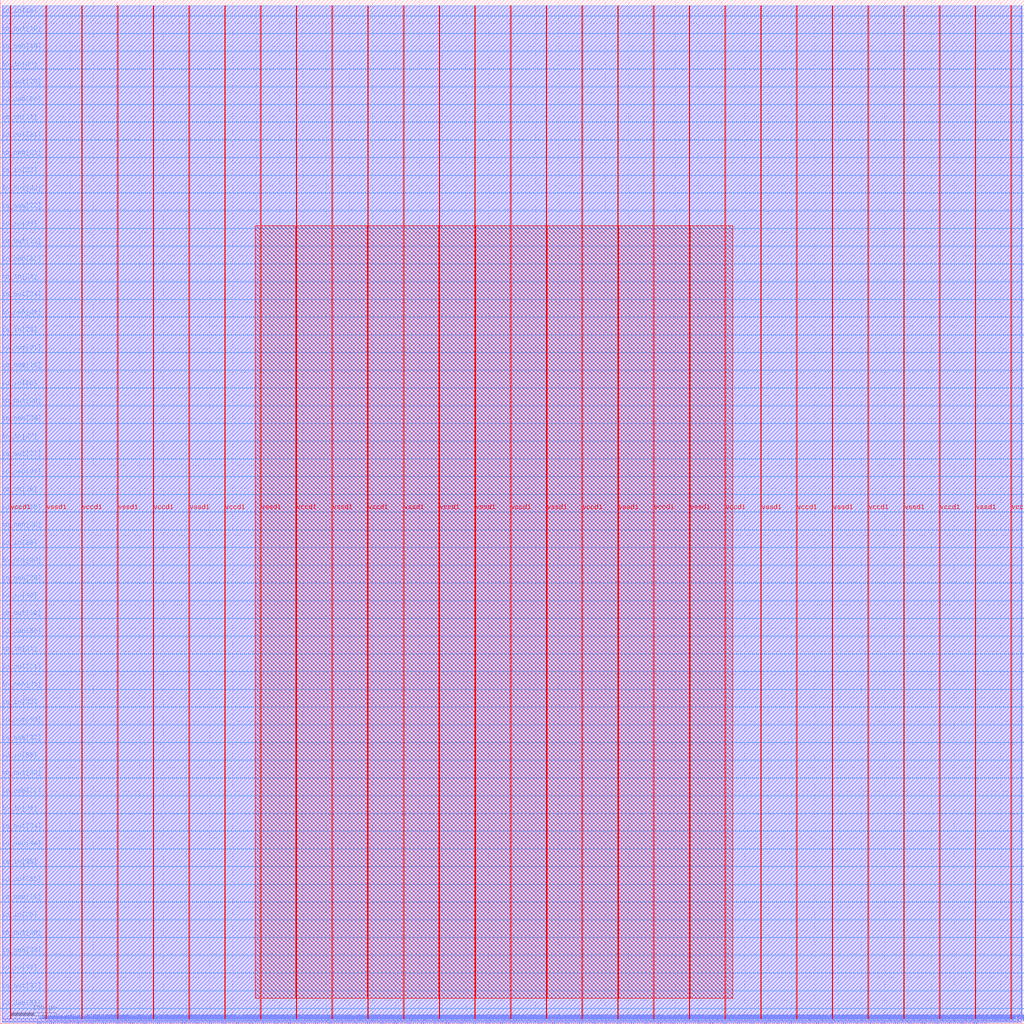
<source format=lef>
VERSION 5.7 ;
  NOWIREEXTENSIONATPIN ON ;
  DIVIDERCHAR "/" ;
  BUSBITCHARS "[]" ;
MACRO user_proj_example
  CLASS BLOCK ;
  FOREIGN user_proj_example ;
  ORIGIN 0.000 0.000 ;
  SIZE 2200.000 BY 2200.000 ;
  PIN io_in[0]
    DIRECTION INPUT ;
    USE SIGNAL ;
    PORT
      LAYER met3 ;
        RECT 2196.000 32.680 2200.000 33.280 ;
    END
  END io_in[0]
  PIN io_in[10]
    DIRECTION INPUT ;
    USE SIGNAL ;
    ANTENNAGATEAREA 0.990000 ;
    PORT
      LAYER met3 ;
        RECT 2196.000 1175.080 2200.000 1175.680 ;
    END
  END io_in[10]
  PIN io_in[11]
    DIRECTION INPUT ;
    USE SIGNAL ;
    ANTENNAGATEAREA 0.990000 ;
    PORT
      LAYER met3 ;
        RECT 2196.000 1289.320 2200.000 1289.920 ;
    END
  END io_in[11]
  PIN io_in[12]
    DIRECTION INPUT ;
    USE SIGNAL ;
    ANTENNAGATEAREA 0.990000 ;
    PORT
      LAYER met3 ;
        RECT 2196.000 1403.560 2200.000 1404.160 ;
    END
  END io_in[12]
  PIN io_in[13]
    DIRECTION INPUT ;
    USE SIGNAL ;
    ANTENNAGATEAREA 0.990000 ;
    PORT
      LAYER met3 ;
        RECT 2196.000 1517.800 2200.000 1518.400 ;
    END
  END io_in[13]
  PIN io_in[14]
    DIRECTION INPUT ;
    USE SIGNAL ;
    ANTENNAGATEAREA 0.742500 ;
    PORT
      LAYER met3 ;
        RECT 2196.000 1632.040 2200.000 1632.640 ;
    END
  END io_in[14]
  PIN io_in[15]
    DIRECTION INPUT ;
    USE SIGNAL ;
    ANTENNAGATEAREA 0.990000 ;
    PORT
      LAYER met3 ;
        RECT 2196.000 1746.280 2200.000 1746.880 ;
    END
  END io_in[15]
  PIN io_in[16]
    DIRECTION INPUT ;
    USE SIGNAL ;
    ANTENNAGATEAREA 0.990000 ;
    PORT
      LAYER met3 ;
        RECT 2196.000 1860.520 2200.000 1861.120 ;
    END
  END io_in[16]
  PIN io_in[17]
    DIRECTION INPUT ;
    USE SIGNAL ;
    ANTENNAGATEAREA 0.990000 ;
    PORT
      LAYER met3 ;
        RECT 2196.000 1974.760 2200.000 1975.360 ;
    END
  END io_in[17]
  PIN io_in[18]
    DIRECTION INPUT ;
    USE SIGNAL ;
    ANTENNAGATEAREA 0.990000 ;
    PORT
      LAYER met3 ;
        RECT 2196.000 2089.000 2200.000 2089.600 ;
    END
  END io_in[18]
  PIN io_in[19]
    DIRECTION INPUT ;
    USE SIGNAL ;
    ANTENNAGATEAREA 0.852000 ;
    PORT
      LAYER met3 ;
        RECT 0.000 2165.160 4.000 2165.760 ;
    END
  END io_in[19]
  PIN io_in[1]
    DIRECTION INPUT ;
    USE SIGNAL ;
    PORT
      LAYER met3 ;
        RECT 2196.000 146.920 2200.000 147.520 ;
    END
  END io_in[1]
  PIN io_in[20]
    DIRECTION INPUT ;
    USE SIGNAL ;
    ANTENNAGATEAREA 0.990000 ;
    PORT
      LAYER met3 ;
        RECT 0.000 2050.920 4.000 2051.520 ;
    END
  END io_in[20]
  PIN io_in[21]
    DIRECTION INPUT ;
    USE SIGNAL ;
    ANTENNAGATEAREA 0.742500 ;
    PORT
      LAYER met3 ;
        RECT 0.000 1936.680 4.000 1937.280 ;
    END
  END io_in[21]
  PIN io_in[22]
    DIRECTION INPUT ;
    USE SIGNAL ;
    ANTENNAGATEAREA 0.742500 ;
    PORT
      LAYER met3 ;
        RECT 0.000 1822.440 4.000 1823.040 ;
    END
  END io_in[22]
  PIN io_in[23]
    DIRECTION INPUT ;
    USE SIGNAL ;
    ANTENNAGATEAREA 0.742500 ;
    PORT
      LAYER met3 ;
        RECT 0.000 1708.200 4.000 1708.800 ;
    END
  END io_in[23]
  PIN io_in[24]
    DIRECTION INPUT ;
    USE SIGNAL ;
    ANTENNAGATEAREA 0.742500 ;
    PORT
      LAYER met3 ;
        RECT 0.000 1593.960 4.000 1594.560 ;
    END
  END io_in[24]
  PIN io_in[25]
    DIRECTION INPUT ;
    USE SIGNAL ;
    ANTENNAGATEAREA 0.426000 ;
    PORT
      LAYER met3 ;
        RECT 0.000 1479.720 4.000 1480.320 ;
    END
  END io_in[25]
  PIN io_in[26]
    DIRECTION INPUT ;
    USE SIGNAL ;
    PORT
      LAYER met3 ;
        RECT 0.000 1365.480 4.000 1366.080 ;
    END
  END io_in[26]
  PIN io_in[27]
    DIRECTION INPUT ;
    USE SIGNAL ;
    PORT
      LAYER met3 ;
        RECT 0.000 1251.240 4.000 1251.840 ;
    END
  END io_in[27]
  PIN io_in[28]
    DIRECTION INPUT ;
    USE SIGNAL ;
    PORT
      LAYER met3 ;
        RECT 0.000 1137.000 4.000 1137.600 ;
    END
  END io_in[28]
  PIN io_in[29]
    DIRECTION INPUT ;
    USE SIGNAL ;
    PORT
      LAYER met3 ;
        RECT 0.000 1022.760 4.000 1023.360 ;
    END
  END io_in[29]
  PIN io_in[2]
    DIRECTION INPUT ;
    USE SIGNAL ;
    PORT
      LAYER met3 ;
        RECT 2196.000 261.160 2200.000 261.760 ;
    END
  END io_in[2]
  PIN io_in[30]
    DIRECTION INPUT ;
    USE SIGNAL ;
    PORT
      LAYER met3 ;
        RECT 0.000 908.520 4.000 909.120 ;
    END
  END io_in[30]
  PIN io_in[31]
    DIRECTION INPUT ;
    USE SIGNAL ;
    PORT
      LAYER met3 ;
        RECT 0.000 794.280 4.000 794.880 ;
    END
  END io_in[31]
  PIN io_in[32]
    DIRECTION INPUT ;
    USE SIGNAL ;
    PORT
      LAYER met3 ;
        RECT 0.000 680.040 4.000 680.640 ;
    END
  END io_in[32]
  PIN io_in[33]
    DIRECTION INPUT ;
    USE SIGNAL ;
    PORT
      LAYER met3 ;
        RECT 0.000 565.800 4.000 566.400 ;
    END
  END io_in[33]
  PIN io_in[34]
    DIRECTION INPUT ;
    USE SIGNAL ;
    PORT
      LAYER met3 ;
        RECT 0.000 451.560 4.000 452.160 ;
    END
  END io_in[34]
  PIN io_in[35]
    DIRECTION INPUT ;
    USE SIGNAL ;
    PORT
      LAYER met3 ;
        RECT 0.000 337.320 4.000 337.920 ;
    END
  END io_in[35]
  PIN io_in[36]
    DIRECTION INPUT ;
    USE SIGNAL ;
    PORT
      LAYER met3 ;
        RECT 0.000 223.080 4.000 223.680 ;
    END
  END io_in[36]
  PIN io_in[37]
    DIRECTION INPUT ;
    USE SIGNAL ;
    PORT
      LAYER met3 ;
        RECT 0.000 108.840 4.000 109.440 ;
    END
  END io_in[37]
  PIN io_in[3]
    DIRECTION INPUT ;
    USE SIGNAL ;
    PORT
      LAYER met3 ;
        RECT 2196.000 375.400 2200.000 376.000 ;
    END
  END io_in[3]
  PIN io_in[4]
    DIRECTION INPUT ;
    USE SIGNAL ;
    PORT
      LAYER met3 ;
        RECT 2196.000 489.640 2200.000 490.240 ;
    END
  END io_in[4]
  PIN io_in[5]
    DIRECTION INPUT ;
    USE SIGNAL ;
    ANTENNAGATEAREA 0.495000 ;
    PORT
      LAYER met3 ;
        RECT 2196.000 603.880 2200.000 604.480 ;
    END
  END io_in[5]
  PIN io_in[6]
    DIRECTION INPUT ;
    USE SIGNAL ;
    ANTENNAGATEAREA 0.742500 ;
    PORT
      LAYER met3 ;
        RECT 2196.000 718.120 2200.000 718.720 ;
    END
  END io_in[6]
  PIN io_in[7]
    DIRECTION INPUT ;
    USE SIGNAL ;
    ANTENNAGATEAREA 0.990000 ;
    PORT
      LAYER met3 ;
        RECT 2196.000 832.360 2200.000 832.960 ;
    END
  END io_in[7]
  PIN io_in[8]
    DIRECTION INPUT ;
    USE SIGNAL ;
    ANTENNAGATEAREA 0.990000 ;
    PORT
      LAYER met3 ;
        RECT 2196.000 946.600 2200.000 947.200 ;
    END
  END io_in[8]
  PIN io_in[9]
    DIRECTION INPUT ;
    USE SIGNAL ;
    ANTENNAGATEAREA 0.852000 ;
    PORT
      LAYER met3 ;
        RECT 2196.000 1060.840 2200.000 1061.440 ;
    END
  END io_in[9]
  PIN io_oeb[0]
    DIRECTION OUTPUT TRISTATE ;
    USE SIGNAL ;
    PORT
      LAYER met3 ;
        RECT 2196.000 108.840 2200.000 109.440 ;
    END
  END io_oeb[0]
  PIN io_oeb[10]
    DIRECTION OUTPUT TRISTATE ;
    USE SIGNAL ;
    PORT
      LAYER met3 ;
        RECT 2196.000 1251.240 2200.000 1251.840 ;
    END
  END io_oeb[10]
  PIN io_oeb[11]
    DIRECTION OUTPUT TRISTATE ;
    USE SIGNAL ;
    PORT
      LAYER met3 ;
        RECT 2196.000 1365.480 2200.000 1366.080 ;
    END
  END io_oeb[11]
  PIN io_oeb[12]
    DIRECTION OUTPUT TRISTATE ;
    USE SIGNAL ;
    PORT
      LAYER met3 ;
        RECT 2196.000 1479.720 2200.000 1480.320 ;
    END
  END io_oeb[12]
  PIN io_oeb[13]
    DIRECTION OUTPUT TRISTATE ;
    USE SIGNAL ;
    PORT
      LAYER met3 ;
        RECT 2196.000 1593.960 2200.000 1594.560 ;
    END
  END io_oeb[13]
  PIN io_oeb[14]
    DIRECTION OUTPUT TRISTATE ;
    USE SIGNAL ;
    PORT
      LAYER met3 ;
        RECT 2196.000 1708.200 2200.000 1708.800 ;
    END
  END io_oeb[14]
  PIN io_oeb[15]
    DIRECTION OUTPUT TRISTATE ;
    USE SIGNAL ;
    PORT
      LAYER met3 ;
        RECT 2196.000 1822.440 2200.000 1823.040 ;
    END
  END io_oeb[15]
  PIN io_oeb[16]
    DIRECTION OUTPUT TRISTATE ;
    USE SIGNAL ;
    PORT
      LAYER met3 ;
        RECT 2196.000 1936.680 2200.000 1937.280 ;
    END
  END io_oeb[16]
  PIN io_oeb[17]
    DIRECTION OUTPUT TRISTATE ;
    USE SIGNAL ;
    PORT
      LAYER met3 ;
        RECT 2196.000 2050.920 2200.000 2051.520 ;
    END
  END io_oeb[17]
  PIN io_oeb[18]
    DIRECTION OUTPUT TRISTATE ;
    USE SIGNAL ;
    PORT
      LAYER met3 ;
        RECT 2196.000 2165.160 2200.000 2165.760 ;
    END
  END io_oeb[18]
  PIN io_oeb[19]
    DIRECTION OUTPUT TRISTATE ;
    USE SIGNAL ;
    PORT
      LAYER met3 ;
        RECT 0.000 2089.000 4.000 2089.600 ;
    END
  END io_oeb[19]
  PIN io_oeb[1]
    DIRECTION OUTPUT TRISTATE ;
    USE SIGNAL ;
    PORT
      LAYER met3 ;
        RECT 2196.000 223.080 2200.000 223.680 ;
    END
  END io_oeb[1]
  PIN io_oeb[20]
    DIRECTION OUTPUT TRISTATE ;
    USE SIGNAL ;
    PORT
      LAYER met3 ;
        RECT 0.000 1974.760 4.000 1975.360 ;
    END
  END io_oeb[20]
  PIN io_oeb[21]
    DIRECTION OUTPUT TRISTATE ;
    USE SIGNAL ;
    PORT
      LAYER met3 ;
        RECT 0.000 1860.520 4.000 1861.120 ;
    END
  END io_oeb[21]
  PIN io_oeb[22]
    DIRECTION OUTPUT TRISTATE ;
    USE SIGNAL ;
    PORT
      LAYER met3 ;
        RECT 0.000 1746.280 4.000 1746.880 ;
    END
  END io_oeb[22]
  PIN io_oeb[23]
    DIRECTION OUTPUT TRISTATE ;
    USE SIGNAL ;
    PORT
      LAYER met3 ;
        RECT 0.000 1632.040 4.000 1632.640 ;
    END
  END io_oeb[23]
  PIN io_oeb[24]
    DIRECTION OUTPUT TRISTATE ;
    USE SIGNAL ;
    PORT
      LAYER met3 ;
        RECT 0.000 1517.800 4.000 1518.400 ;
    END
  END io_oeb[24]
  PIN io_oeb[25]
    DIRECTION OUTPUT TRISTATE ;
    USE SIGNAL ;
    PORT
      LAYER met3 ;
        RECT 0.000 1403.560 4.000 1404.160 ;
    END
  END io_oeb[25]
  PIN io_oeb[26]
    DIRECTION OUTPUT TRISTATE ;
    USE SIGNAL ;
    PORT
      LAYER met3 ;
        RECT 0.000 1289.320 4.000 1289.920 ;
    END
  END io_oeb[26]
  PIN io_oeb[27]
    DIRECTION OUTPUT TRISTATE ;
    USE SIGNAL ;
    PORT
      LAYER met3 ;
        RECT 0.000 1175.080 4.000 1175.680 ;
    END
  END io_oeb[27]
  PIN io_oeb[28]
    DIRECTION OUTPUT TRISTATE ;
    USE SIGNAL ;
    PORT
      LAYER met3 ;
        RECT 0.000 1060.840 4.000 1061.440 ;
    END
  END io_oeb[28]
  PIN io_oeb[29]
    DIRECTION OUTPUT TRISTATE ;
    USE SIGNAL ;
    PORT
      LAYER met3 ;
        RECT 0.000 946.600 4.000 947.200 ;
    END
  END io_oeb[29]
  PIN io_oeb[2]
    DIRECTION OUTPUT TRISTATE ;
    USE SIGNAL ;
    PORT
      LAYER met3 ;
        RECT 2196.000 337.320 2200.000 337.920 ;
    END
  END io_oeb[2]
  PIN io_oeb[30]
    DIRECTION OUTPUT TRISTATE ;
    USE SIGNAL ;
    PORT
      LAYER met3 ;
        RECT 0.000 832.360 4.000 832.960 ;
    END
  END io_oeb[30]
  PIN io_oeb[31]
    DIRECTION OUTPUT TRISTATE ;
    USE SIGNAL ;
    PORT
      LAYER met3 ;
        RECT 0.000 718.120 4.000 718.720 ;
    END
  END io_oeb[31]
  PIN io_oeb[32]
    DIRECTION OUTPUT TRISTATE ;
    USE SIGNAL ;
    PORT
      LAYER met3 ;
        RECT 0.000 603.880 4.000 604.480 ;
    END
  END io_oeb[32]
  PIN io_oeb[33]
    DIRECTION OUTPUT TRISTATE ;
    USE SIGNAL ;
    PORT
      LAYER met3 ;
        RECT 0.000 489.640 4.000 490.240 ;
    END
  END io_oeb[33]
  PIN io_oeb[34]
    DIRECTION OUTPUT TRISTATE ;
    USE SIGNAL ;
    PORT
      LAYER met3 ;
        RECT 0.000 375.400 4.000 376.000 ;
    END
  END io_oeb[34]
  PIN io_oeb[35]
    DIRECTION OUTPUT TRISTATE ;
    USE SIGNAL ;
    PORT
      LAYER met3 ;
        RECT 0.000 261.160 4.000 261.760 ;
    END
  END io_oeb[35]
  PIN io_oeb[36]
    DIRECTION OUTPUT TRISTATE ;
    USE SIGNAL ;
    PORT
      LAYER met3 ;
        RECT 0.000 146.920 4.000 147.520 ;
    END
  END io_oeb[36]
  PIN io_oeb[37]
    DIRECTION OUTPUT TRISTATE ;
    USE SIGNAL ;
    PORT
      LAYER met3 ;
        RECT 0.000 32.680 4.000 33.280 ;
    END
  END io_oeb[37]
  PIN io_oeb[3]
    DIRECTION OUTPUT TRISTATE ;
    USE SIGNAL ;
    PORT
      LAYER met3 ;
        RECT 2196.000 451.560 2200.000 452.160 ;
    END
  END io_oeb[3]
  PIN io_oeb[4]
    DIRECTION OUTPUT TRISTATE ;
    USE SIGNAL ;
    PORT
      LAYER met3 ;
        RECT 2196.000 565.800 2200.000 566.400 ;
    END
  END io_oeb[4]
  PIN io_oeb[5]
    DIRECTION OUTPUT TRISTATE ;
    USE SIGNAL ;
    PORT
      LAYER met3 ;
        RECT 2196.000 680.040 2200.000 680.640 ;
    END
  END io_oeb[5]
  PIN io_oeb[6]
    DIRECTION OUTPUT TRISTATE ;
    USE SIGNAL ;
    PORT
      LAYER met3 ;
        RECT 2196.000 794.280 2200.000 794.880 ;
    END
  END io_oeb[6]
  PIN io_oeb[7]
    DIRECTION OUTPUT TRISTATE ;
    USE SIGNAL ;
    PORT
      LAYER met3 ;
        RECT 2196.000 908.520 2200.000 909.120 ;
    END
  END io_oeb[7]
  PIN io_oeb[8]
    DIRECTION OUTPUT TRISTATE ;
    USE SIGNAL ;
    PORT
      LAYER met3 ;
        RECT 2196.000 1022.760 2200.000 1023.360 ;
    END
  END io_oeb[8]
  PIN io_oeb[9]
    DIRECTION OUTPUT TRISTATE ;
    USE SIGNAL ;
    PORT
      LAYER met3 ;
        RECT 2196.000 1137.000 2200.000 1137.600 ;
    END
  END io_oeb[9]
  PIN io_out[0]
    DIRECTION OUTPUT TRISTATE ;
    USE SIGNAL ;
    PORT
      LAYER met3 ;
        RECT 2196.000 70.760 2200.000 71.360 ;
    END
  END io_out[0]
  PIN io_out[10]
    DIRECTION OUTPUT TRISTATE ;
    USE SIGNAL ;
    PORT
      LAYER met3 ;
        RECT 2196.000 1213.160 2200.000 1213.760 ;
    END
  END io_out[10]
  PIN io_out[11]
    DIRECTION OUTPUT TRISTATE ;
    USE SIGNAL ;
    PORT
      LAYER met3 ;
        RECT 2196.000 1327.400 2200.000 1328.000 ;
    END
  END io_out[11]
  PIN io_out[12]
    DIRECTION OUTPUT TRISTATE ;
    USE SIGNAL ;
    PORT
      LAYER met3 ;
        RECT 2196.000 1441.640 2200.000 1442.240 ;
    END
  END io_out[12]
  PIN io_out[13]
    DIRECTION OUTPUT TRISTATE ;
    USE SIGNAL ;
    PORT
      LAYER met3 ;
        RECT 2196.000 1555.880 2200.000 1556.480 ;
    END
  END io_out[13]
  PIN io_out[14]
    DIRECTION OUTPUT TRISTATE ;
    USE SIGNAL ;
    PORT
      LAYER met3 ;
        RECT 2196.000 1670.120 2200.000 1670.720 ;
    END
  END io_out[14]
  PIN io_out[15]
    DIRECTION OUTPUT TRISTATE ;
    USE SIGNAL ;
    PORT
      LAYER met3 ;
        RECT 2196.000 1784.360 2200.000 1784.960 ;
    END
  END io_out[15]
  PIN io_out[16]
    DIRECTION OUTPUT TRISTATE ;
    USE SIGNAL ;
    PORT
      LAYER met3 ;
        RECT 2196.000 1898.600 2200.000 1899.200 ;
    END
  END io_out[16]
  PIN io_out[17]
    DIRECTION OUTPUT TRISTATE ;
    USE SIGNAL ;
    PORT
      LAYER met3 ;
        RECT 2196.000 2012.840 2200.000 2013.440 ;
    END
  END io_out[17]
  PIN io_out[18]
    DIRECTION OUTPUT TRISTATE ;
    USE SIGNAL ;
    PORT
      LAYER met3 ;
        RECT 2196.000 2127.080 2200.000 2127.680 ;
    END
  END io_out[18]
  PIN io_out[19]
    DIRECTION OUTPUT TRISTATE ;
    USE SIGNAL ;
    PORT
      LAYER met3 ;
        RECT 0.000 2127.080 4.000 2127.680 ;
    END
  END io_out[19]
  PIN io_out[1]
    DIRECTION OUTPUT TRISTATE ;
    USE SIGNAL ;
    PORT
      LAYER met3 ;
        RECT 2196.000 185.000 2200.000 185.600 ;
    END
  END io_out[1]
  PIN io_out[20]
    DIRECTION OUTPUT TRISTATE ;
    USE SIGNAL ;
    PORT
      LAYER met3 ;
        RECT 0.000 2012.840 4.000 2013.440 ;
    END
  END io_out[20]
  PIN io_out[21]
    DIRECTION OUTPUT TRISTATE ;
    USE SIGNAL ;
    PORT
      LAYER met3 ;
        RECT 0.000 1898.600 4.000 1899.200 ;
    END
  END io_out[21]
  PIN io_out[22]
    DIRECTION OUTPUT TRISTATE ;
    USE SIGNAL ;
    PORT
      LAYER met3 ;
        RECT 0.000 1784.360 4.000 1784.960 ;
    END
  END io_out[22]
  PIN io_out[23]
    DIRECTION OUTPUT TRISTATE ;
    USE SIGNAL ;
    PORT
      LAYER met3 ;
        RECT 0.000 1670.120 4.000 1670.720 ;
    END
  END io_out[23]
  PIN io_out[24]
    DIRECTION OUTPUT TRISTATE ;
    USE SIGNAL ;
    PORT
      LAYER met3 ;
        RECT 0.000 1555.880 4.000 1556.480 ;
    END
  END io_out[24]
  PIN io_out[25]
    DIRECTION OUTPUT TRISTATE ;
    USE SIGNAL ;
    PORT
      LAYER met3 ;
        RECT 0.000 1441.640 4.000 1442.240 ;
    END
  END io_out[25]
  PIN io_out[26]
    DIRECTION OUTPUT TRISTATE ;
    USE SIGNAL ;
    ANTENNADIFFAREA 2.673000 ;
    PORT
      LAYER met3 ;
        RECT 0.000 1327.400 4.000 1328.000 ;
    END
  END io_out[26]
  PIN io_out[27]
    DIRECTION OUTPUT TRISTATE ;
    USE SIGNAL ;
    ANTENNADIFFAREA 2.673000 ;
    PORT
      LAYER met3 ;
        RECT 0.000 1213.160 4.000 1213.760 ;
    END
  END io_out[27]
  PIN io_out[28]
    DIRECTION OUTPUT TRISTATE ;
    USE SIGNAL ;
    ANTENNADIFFAREA 2.673000 ;
    PORT
      LAYER met3 ;
        RECT 0.000 1098.920 4.000 1099.520 ;
    END
  END io_out[28]
  PIN io_out[29]
    DIRECTION OUTPUT TRISTATE ;
    USE SIGNAL ;
    ANTENNADIFFAREA 2.673000 ;
    PORT
      LAYER met3 ;
        RECT 0.000 984.680 4.000 985.280 ;
    END
  END io_out[29]
  PIN io_out[2]
    DIRECTION OUTPUT TRISTATE ;
    USE SIGNAL ;
    PORT
      LAYER met3 ;
        RECT 2196.000 299.240 2200.000 299.840 ;
    END
  END io_out[2]
  PIN io_out[30]
    DIRECTION OUTPUT TRISTATE ;
    USE SIGNAL ;
    ANTENNADIFFAREA 2.673000 ;
    PORT
      LAYER met3 ;
        RECT 0.000 870.440 4.000 871.040 ;
    END
  END io_out[30]
  PIN io_out[31]
    DIRECTION OUTPUT TRISTATE ;
    USE SIGNAL ;
    ANTENNADIFFAREA 2.673000 ;
    PORT
      LAYER met3 ;
        RECT 0.000 756.200 4.000 756.800 ;
    END
  END io_out[31]
  PIN io_out[32]
    DIRECTION OUTPUT TRISTATE ;
    USE SIGNAL ;
    ANTENNADIFFAREA 2.673000 ;
    PORT
      LAYER met3 ;
        RECT 0.000 641.960 4.000 642.560 ;
    END
  END io_out[32]
  PIN io_out[33]
    DIRECTION OUTPUT TRISTATE ;
    USE SIGNAL ;
    ANTENNADIFFAREA 2.673000 ;
    PORT
      LAYER met3 ;
        RECT 0.000 527.720 4.000 528.320 ;
    END
  END io_out[33]
  PIN io_out[34]
    DIRECTION OUTPUT TRISTATE ;
    USE SIGNAL ;
    ANTENNADIFFAREA 2.673000 ;
    PORT
      LAYER met3 ;
        RECT 0.000 413.480 4.000 414.080 ;
    END
  END io_out[34]
  PIN io_out[35]
    DIRECTION OUTPUT TRISTATE ;
    USE SIGNAL ;
    ANTENNADIFFAREA 2.673000 ;
    PORT
      LAYER met3 ;
        RECT 0.000 299.240 4.000 299.840 ;
    END
  END io_out[35]
  PIN io_out[36]
    DIRECTION OUTPUT TRISTATE ;
    USE SIGNAL ;
    ANTENNADIFFAREA 2.673000 ;
    PORT
      LAYER met3 ;
        RECT 0.000 185.000 4.000 185.600 ;
    END
  END io_out[36]
  PIN io_out[37]
    DIRECTION OUTPUT TRISTATE ;
    USE SIGNAL ;
    ANTENNADIFFAREA 0.340600 ;
    PORT
      LAYER met3 ;
        RECT 0.000 70.760 4.000 71.360 ;
    END
  END io_out[37]
  PIN io_out[3]
    DIRECTION OUTPUT TRISTATE ;
    USE SIGNAL ;
    PORT
      LAYER met3 ;
        RECT 2196.000 413.480 2200.000 414.080 ;
    END
  END io_out[3]
  PIN io_out[4]
    DIRECTION OUTPUT TRISTATE ;
    USE SIGNAL ;
    PORT
      LAYER met3 ;
        RECT 2196.000 527.720 2200.000 528.320 ;
    END
  END io_out[4]
  PIN io_out[5]
    DIRECTION OUTPUT TRISTATE ;
    USE SIGNAL ;
    PORT
      LAYER met3 ;
        RECT 2196.000 641.960 2200.000 642.560 ;
    END
  END io_out[5]
  PIN io_out[6]
    DIRECTION OUTPUT TRISTATE ;
    USE SIGNAL ;
    PORT
      LAYER met3 ;
        RECT 2196.000 756.200 2200.000 756.800 ;
    END
  END io_out[6]
  PIN io_out[7]
    DIRECTION OUTPUT TRISTATE ;
    USE SIGNAL ;
    PORT
      LAYER met3 ;
        RECT 2196.000 870.440 2200.000 871.040 ;
    END
  END io_out[7]
  PIN io_out[8]
    DIRECTION OUTPUT TRISTATE ;
    USE SIGNAL ;
    PORT
      LAYER met3 ;
        RECT 2196.000 984.680 2200.000 985.280 ;
    END
  END io_out[8]
  PIN io_out[9]
    DIRECTION OUTPUT TRISTATE ;
    USE SIGNAL ;
    PORT
      LAYER met3 ;
        RECT 2196.000 1098.920 2200.000 1099.520 ;
    END
  END io_out[9]
  PIN irq[0]
    DIRECTION OUTPUT TRISTATE ;
    USE SIGNAL ;
    PORT
      LAYER met2 ;
        RECT 2109.650 0.000 2109.930 4.000 ;
    END
  END irq[0]
  PIN irq[1]
    DIRECTION OUTPUT TRISTATE ;
    USE SIGNAL ;
    PORT
      LAYER met2 ;
        RECT 2113.790 0.000 2114.070 4.000 ;
    END
  END irq[1]
  PIN irq[2]
    DIRECTION OUTPUT TRISTATE ;
    USE SIGNAL ;
    PORT
      LAYER met2 ;
        RECT 2117.930 0.000 2118.210 4.000 ;
    END
  END irq[2]
  PIN la_data_in[0]
    DIRECTION INPUT ;
    USE SIGNAL ;
    PORT
      LAYER met2 ;
        RECT 519.890 0.000 520.170 4.000 ;
    END
  END la_data_in[0]
  PIN la_data_in[100]
    DIRECTION INPUT ;
    USE SIGNAL ;
    ANTENNAGATEAREA 0.126000 ;
    PORT
      LAYER met2 ;
        RECT 1761.890 0.000 1762.170 4.000 ;
    END
  END la_data_in[100]
  PIN la_data_in[101]
    DIRECTION INPUT ;
    USE SIGNAL ;
    PORT
      LAYER met2 ;
        RECT 1774.310 0.000 1774.590 4.000 ;
    END
  END la_data_in[101]
  PIN la_data_in[102]
    DIRECTION INPUT ;
    USE SIGNAL ;
    PORT
      LAYER met2 ;
        RECT 1786.730 0.000 1787.010 4.000 ;
    END
  END la_data_in[102]
  PIN la_data_in[103]
    DIRECTION INPUT ;
    USE SIGNAL ;
    PORT
      LAYER met2 ;
        RECT 1799.150 0.000 1799.430 4.000 ;
    END
  END la_data_in[103]
  PIN la_data_in[104]
    DIRECTION INPUT ;
    USE SIGNAL ;
    PORT
      LAYER met2 ;
        RECT 1811.570 0.000 1811.850 4.000 ;
    END
  END la_data_in[104]
  PIN la_data_in[105]
    DIRECTION INPUT ;
    USE SIGNAL ;
    PORT
      LAYER met2 ;
        RECT 1823.990 0.000 1824.270 4.000 ;
    END
  END la_data_in[105]
  PIN la_data_in[106]
    DIRECTION INPUT ;
    USE SIGNAL ;
    PORT
      LAYER met2 ;
        RECT 1836.410 0.000 1836.690 4.000 ;
    END
  END la_data_in[106]
  PIN la_data_in[107]
    DIRECTION INPUT ;
    USE SIGNAL ;
    PORT
      LAYER met2 ;
        RECT 1848.830 0.000 1849.110 4.000 ;
    END
  END la_data_in[107]
  PIN la_data_in[108]
    DIRECTION INPUT ;
    USE SIGNAL ;
    PORT
      LAYER met2 ;
        RECT 1861.250 0.000 1861.530 4.000 ;
    END
  END la_data_in[108]
  PIN la_data_in[109]
    DIRECTION INPUT ;
    USE SIGNAL ;
    PORT
      LAYER met2 ;
        RECT 1873.670 0.000 1873.950 4.000 ;
    END
  END la_data_in[109]
  PIN la_data_in[10]
    DIRECTION INPUT ;
    USE SIGNAL ;
    PORT
      LAYER met2 ;
        RECT 644.090 0.000 644.370 4.000 ;
    END
  END la_data_in[10]
  PIN la_data_in[110]
    DIRECTION INPUT ;
    USE SIGNAL ;
    PORT
      LAYER met2 ;
        RECT 1886.090 0.000 1886.370 4.000 ;
    END
  END la_data_in[110]
  PIN la_data_in[111]
    DIRECTION INPUT ;
    USE SIGNAL ;
    PORT
      LAYER met2 ;
        RECT 1898.510 0.000 1898.790 4.000 ;
    END
  END la_data_in[111]
  PIN la_data_in[112]
    DIRECTION INPUT ;
    USE SIGNAL ;
    PORT
      LAYER met2 ;
        RECT 1910.930 0.000 1911.210 4.000 ;
    END
  END la_data_in[112]
  PIN la_data_in[113]
    DIRECTION INPUT ;
    USE SIGNAL ;
    PORT
      LAYER met2 ;
        RECT 1923.350 0.000 1923.630 4.000 ;
    END
  END la_data_in[113]
  PIN la_data_in[114]
    DIRECTION INPUT ;
    USE SIGNAL ;
    PORT
      LAYER met2 ;
        RECT 1935.770 0.000 1936.050 4.000 ;
    END
  END la_data_in[114]
  PIN la_data_in[115]
    DIRECTION INPUT ;
    USE SIGNAL ;
    PORT
      LAYER met2 ;
        RECT 1948.190 0.000 1948.470 4.000 ;
    END
  END la_data_in[115]
  PIN la_data_in[116]
    DIRECTION INPUT ;
    USE SIGNAL ;
    PORT
      LAYER met2 ;
        RECT 1960.610 0.000 1960.890 4.000 ;
    END
  END la_data_in[116]
  PIN la_data_in[117]
    DIRECTION INPUT ;
    USE SIGNAL ;
    PORT
      LAYER met2 ;
        RECT 1973.030 0.000 1973.310 4.000 ;
    END
  END la_data_in[117]
  PIN la_data_in[118]
    DIRECTION INPUT ;
    USE SIGNAL ;
    PORT
      LAYER met2 ;
        RECT 1985.450 0.000 1985.730 4.000 ;
    END
  END la_data_in[118]
  PIN la_data_in[119]
    DIRECTION INPUT ;
    USE SIGNAL ;
    PORT
      LAYER met2 ;
        RECT 1997.870 0.000 1998.150 4.000 ;
    END
  END la_data_in[119]
  PIN la_data_in[11]
    DIRECTION INPUT ;
    USE SIGNAL ;
    PORT
      LAYER met2 ;
        RECT 656.510 0.000 656.790 4.000 ;
    END
  END la_data_in[11]
  PIN la_data_in[120]
    DIRECTION INPUT ;
    USE SIGNAL ;
    PORT
      LAYER met2 ;
        RECT 2010.290 0.000 2010.570 4.000 ;
    END
  END la_data_in[120]
  PIN la_data_in[121]
    DIRECTION INPUT ;
    USE SIGNAL ;
    PORT
      LAYER met2 ;
        RECT 2022.710 0.000 2022.990 4.000 ;
    END
  END la_data_in[121]
  PIN la_data_in[122]
    DIRECTION INPUT ;
    USE SIGNAL ;
    PORT
      LAYER met2 ;
        RECT 2035.130 0.000 2035.410 4.000 ;
    END
  END la_data_in[122]
  PIN la_data_in[123]
    DIRECTION INPUT ;
    USE SIGNAL ;
    PORT
      LAYER met2 ;
        RECT 2047.550 0.000 2047.830 4.000 ;
    END
  END la_data_in[123]
  PIN la_data_in[124]
    DIRECTION INPUT ;
    USE SIGNAL ;
    PORT
      LAYER met2 ;
        RECT 2059.970 0.000 2060.250 4.000 ;
    END
  END la_data_in[124]
  PIN la_data_in[125]
    DIRECTION INPUT ;
    USE SIGNAL ;
    PORT
      LAYER met2 ;
        RECT 2072.390 0.000 2072.670 4.000 ;
    END
  END la_data_in[125]
  PIN la_data_in[126]
    DIRECTION INPUT ;
    USE SIGNAL ;
    PORT
      LAYER met2 ;
        RECT 2084.810 0.000 2085.090 4.000 ;
    END
  END la_data_in[126]
  PIN la_data_in[127]
    DIRECTION INPUT ;
    USE SIGNAL ;
    PORT
      LAYER met2 ;
        RECT 2097.230 0.000 2097.510 4.000 ;
    END
  END la_data_in[127]
  PIN la_data_in[12]
    DIRECTION INPUT ;
    USE SIGNAL ;
    PORT
      LAYER met2 ;
        RECT 668.930 0.000 669.210 4.000 ;
    END
  END la_data_in[12]
  PIN la_data_in[13]
    DIRECTION INPUT ;
    USE SIGNAL ;
    PORT
      LAYER met2 ;
        RECT 681.350 0.000 681.630 4.000 ;
    END
  END la_data_in[13]
  PIN la_data_in[14]
    DIRECTION INPUT ;
    USE SIGNAL ;
    PORT
      LAYER met2 ;
        RECT 693.770 0.000 694.050 4.000 ;
    END
  END la_data_in[14]
  PIN la_data_in[15]
    DIRECTION INPUT ;
    USE SIGNAL ;
    PORT
      LAYER met2 ;
        RECT 706.190 0.000 706.470 4.000 ;
    END
  END la_data_in[15]
  PIN la_data_in[16]
    DIRECTION INPUT ;
    USE SIGNAL ;
    PORT
      LAYER met2 ;
        RECT 718.610 0.000 718.890 4.000 ;
    END
  END la_data_in[16]
  PIN la_data_in[17]
    DIRECTION INPUT ;
    USE SIGNAL ;
    PORT
      LAYER met2 ;
        RECT 731.030 0.000 731.310 4.000 ;
    END
  END la_data_in[17]
  PIN la_data_in[18]
    DIRECTION INPUT ;
    USE SIGNAL ;
    PORT
      LAYER met2 ;
        RECT 743.450 0.000 743.730 4.000 ;
    END
  END la_data_in[18]
  PIN la_data_in[19]
    DIRECTION INPUT ;
    USE SIGNAL ;
    PORT
      LAYER met2 ;
        RECT 755.870 0.000 756.150 4.000 ;
    END
  END la_data_in[19]
  PIN la_data_in[1]
    DIRECTION INPUT ;
    USE SIGNAL ;
    PORT
      LAYER met2 ;
        RECT 532.310 0.000 532.590 4.000 ;
    END
  END la_data_in[1]
  PIN la_data_in[20]
    DIRECTION INPUT ;
    USE SIGNAL ;
    PORT
      LAYER met2 ;
        RECT 768.290 0.000 768.570 4.000 ;
    END
  END la_data_in[20]
  PIN la_data_in[21]
    DIRECTION INPUT ;
    USE SIGNAL ;
    PORT
      LAYER met2 ;
        RECT 780.710 0.000 780.990 4.000 ;
    END
  END la_data_in[21]
  PIN la_data_in[22]
    DIRECTION INPUT ;
    USE SIGNAL ;
    PORT
      LAYER met2 ;
        RECT 793.130 0.000 793.410 4.000 ;
    END
  END la_data_in[22]
  PIN la_data_in[23]
    DIRECTION INPUT ;
    USE SIGNAL ;
    PORT
      LAYER met2 ;
        RECT 805.550 0.000 805.830 4.000 ;
    END
  END la_data_in[23]
  PIN la_data_in[24]
    DIRECTION INPUT ;
    USE SIGNAL ;
    PORT
      LAYER met2 ;
        RECT 817.970 0.000 818.250 4.000 ;
    END
  END la_data_in[24]
  PIN la_data_in[25]
    DIRECTION INPUT ;
    USE SIGNAL ;
    PORT
      LAYER met2 ;
        RECT 830.390 0.000 830.670 4.000 ;
    END
  END la_data_in[25]
  PIN la_data_in[26]
    DIRECTION INPUT ;
    USE SIGNAL ;
    PORT
      LAYER met2 ;
        RECT 842.810 0.000 843.090 4.000 ;
    END
  END la_data_in[26]
  PIN la_data_in[27]
    DIRECTION INPUT ;
    USE SIGNAL ;
    PORT
      LAYER met2 ;
        RECT 855.230 0.000 855.510 4.000 ;
    END
  END la_data_in[27]
  PIN la_data_in[28]
    DIRECTION INPUT ;
    USE SIGNAL ;
    PORT
      LAYER met2 ;
        RECT 867.650 0.000 867.930 4.000 ;
    END
  END la_data_in[28]
  PIN la_data_in[29]
    DIRECTION INPUT ;
    USE SIGNAL ;
    PORT
      LAYER met2 ;
        RECT 880.070 0.000 880.350 4.000 ;
    END
  END la_data_in[29]
  PIN la_data_in[2]
    DIRECTION INPUT ;
    USE SIGNAL ;
    PORT
      LAYER met2 ;
        RECT 544.730 0.000 545.010 4.000 ;
    END
  END la_data_in[2]
  PIN la_data_in[30]
    DIRECTION INPUT ;
    USE SIGNAL ;
    PORT
      LAYER met2 ;
        RECT 892.490 0.000 892.770 4.000 ;
    END
  END la_data_in[30]
  PIN la_data_in[31]
    DIRECTION INPUT ;
    USE SIGNAL ;
    PORT
      LAYER met2 ;
        RECT 904.910 0.000 905.190 4.000 ;
    END
  END la_data_in[31]
  PIN la_data_in[32]
    DIRECTION INPUT ;
    USE SIGNAL ;
    PORT
      LAYER met2 ;
        RECT 917.330 0.000 917.610 4.000 ;
    END
  END la_data_in[32]
  PIN la_data_in[33]
    DIRECTION INPUT ;
    USE SIGNAL ;
    PORT
      LAYER met2 ;
        RECT 929.750 0.000 930.030 4.000 ;
    END
  END la_data_in[33]
  PIN la_data_in[34]
    DIRECTION INPUT ;
    USE SIGNAL ;
    PORT
      LAYER met2 ;
        RECT 942.170 0.000 942.450 4.000 ;
    END
  END la_data_in[34]
  PIN la_data_in[35]
    DIRECTION INPUT ;
    USE SIGNAL ;
    PORT
      LAYER met2 ;
        RECT 954.590 0.000 954.870 4.000 ;
    END
  END la_data_in[35]
  PIN la_data_in[36]
    DIRECTION INPUT ;
    USE SIGNAL ;
    PORT
      LAYER met2 ;
        RECT 967.010 0.000 967.290 4.000 ;
    END
  END la_data_in[36]
  PIN la_data_in[37]
    DIRECTION INPUT ;
    USE SIGNAL ;
    PORT
      LAYER met2 ;
        RECT 979.430 0.000 979.710 4.000 ;
    END
  END la_data_in[37]
  PIN la_data_in[38]
    DIRECTION INPUT ;
    USE SIGNAL ;
    PORT
      LAYER met2 ;
        RECT 991.850 0.000 992.130 4.000 ;
    END
  END la_data_in[38]
  PIN la_data_in[39]
    DIRECTION INPUT ;
    USE SIGNAL ;
    PORT
      LAYER met2 ;
        RECT 1004.270 0.000 1004.550 4.000 ;
    END
  END la_data_in[39]
  PIN la_data_in[3]
    DIRECTION INPUT ;
    USE SIGNAL ;
    PORT
      LAYER met2 ;
        RECT 557.150 0.000 557.430 4.000 ;
    END
  END la_data_in[3]
  PIN la_data_in[40]
    DIRECTION INPUT ;
    USE SIGNAL ;
    PORT
      LAYER met2 ;
        RECT 1016.690 0.000 1016.970 4.000 ;
    END
  END la_data_in[40]
  PIN la_data_in[41]
    DIRECTION INPUT ;
    USE SIGNAL ;
    PORT
      LAYER met2 ;
        RECT 1029.110 0.000 1029.390 4.000 ;
    END
  END la_data_in[41]
  PIN la_data_in[42]
    DIRECTION INPUT ;
    USE SIGNAL ;
    PORT
      LAYER met2 ;
        RECT 1041.530 0.000 1041.810 4.000 ;
    END
  END la_data_in[42]
  PIN la_data_in[43]
    DIRECTION INPUT ;
    USE SIGNAL ;
    PORT
      LAYER met2 ;
        RECT 1053.950 0.000 1054.230 4.000 ;
    END
  END la_data_in[43]
  PIN la_data_in[44]
    DIRECTION INPUT ;
    USE SIGNAL ;
    PORT
      LAYER met2 ;
        RECT 1066.370 0.000 1066.650 4.000 ;
    END
  END la_data_in[44]
  PIN la_data_in[45]
    DIRECTION INPUT ;
    USE SIGNAL ;
    PORT
      LAYER met2 ;
        RECT 1078.790 0.000 1079.070 4.000 ;
    END
  END la_data_in[45]
  PIN la_data_in[46]
    DIRECTION INPUT ;
    USE SIGNAL ;
    PORT
      LAYER met2 ;
        RECT 1091.210 0.000 1091.490 4.000 ;
    END
  END la_data_in[46]
  PIN la_data_in[47]
    DIRECTION INPUT ;
    USE SIGNAL ;
    PORT
      LAYER met2 ;
        RECT 1103.630 0.000 1103.910 4.000 ;
    END
  END la_data_in[47]
  PIN la_data_in[48]
    DIRECTION INPUT ;
    USE SIGNAL ;
    PORT
      LAYER met2 ;
        RECT 1116.050 0.000 1116.330 4.000 ;
    END
  END la_data_in[48]
  PIN la_data_in[49]
    DIRECTION INPUT ;
    USE SIGNAL ;
    PORT
      LAYER met2 ;
        RECT 1128.470 0.000 1128.750 4.000 ;
    END
  END la_data_in[49]
  PIN la_data_in[4]
    DIRECTION INPUT ;
    USE SIGNAL ;
    PORT
      LAYER met2 ;
        RECT 569.570 0.000 569.850 4.000 ;
    END
  END la_data_in[4]
  PIN la_data_in[50]
    DIRECTION INPUT ;
    USE SIGNAL ;
    PORT
      LAYER met2 ;
        RECT 1140.890 0.000 1141.170 4.000 ;
    END
  END la_data_in[50]
  PIN la_data_in[51]
    DIRECTION INPUT ;
    USE SIGNAL ;
    PORT
      LAYER met2 ;
        RECT 1153.310 0.000 1153.590 4.000 ;
    END
  END la_data_in[51]
  PIN la_data_in[52]
    DIRECTION INPUT ;
    USE SIGNAL ;
    PORT
      LAYER met2 ;
        RECT 1165.730 0.000 1166.010 4.000 ;
    END
  END la_data_in[52]
  PIN la_data_in[53]
    DIRECTION INPUT ;
    USE SIGNAL ;
    PORT
      LAYER met2 ;
        RECT 1178.150 0.000 1178.430 4.000 ;
    END
  END la_data_in[53]
  PIN la_data_in[54]
    DIRECTION INPUT ;
    USE SIGNAL ;
    PORT
      LAYER met2 ;
        RECT 1190.570 0.000 1190.850 4.000 ;
    END
  END la_data_in[54]
  PIN la_data_in[55]
    DIRECTION INPUT ;
    USE SIGNAL ;
    PORT
      LAYER met2 ;
        RECT 1202.990 0.000 1203.270 4.000 ;
    END
  END la_data_in[55]
  PIN la_data_in[56]
    DIRECTION INPUT ;
    USE SIGNAL ;
    PORT
      LAYER met2 ;
        RECT 1215.410 0.000 1215.690 4.000 ;
    END
  END la_data_in[56]
  PIN la_data_in[57]
    DIRECTION INPUT ;
    USE SIGNAL ;
    PORT
      LAYER met2 ;
        RECT 1227.830 0.000 1228.110 4.000 ;
    END
  END la_data_in[57]
  PIN la_data_in[58]
    DIRECTION INPUT ;
    USE SIGNAL ;
    PORT
      LAYER met2 ;
        RECT 1240.250 0.000 1240.530 4.000 ;
    END
  END la_data_in[58]
  PIN la_data_in[59]
    DIRECTION INPUT ;
    USE SIGNAL ;
    PORT
      LAYER met2 ;
        RECT 1252.670 0.000 1252.950 4.000 ;
    END
  END la_data_in[59]
  PIN la_data_in[5]
    DIRECTION INPUT ;
    USE SIGNAL ;
    PORT
      LAYER met2 ;
        RECT 581.990 0.000 582.270 4.000 ;
    END
  END la_data_in[5]
  PIN la_data_in[60]
    DIRECTION INPUT ;
    USE SIGNAL ;
    PORT
      LAYER met2 ;
        RECT 1265.090 0.000 1265.370 4.000 ;
    END
  END la_data_in[60]
  PIN la_data_in[61]
    DIRECTION INPUT ;
    USE SIGNAL ;
    PORT
      LAYER met2 ;
        RECT 1277.510 0.000 1277.790 4.000 ;
    END
  END la_data_in[61]
  PIN la_data_in[62]
    DIRECTION INPUT ;
    USE SIGNAL ;
    PORT
      LAYER met2 ;
        RECT 1289.930 0.000 1290.210 4.000 ;
    END
  END la_data_in[62]
  PIN la_data_in[63]
    DIRECTION INPUT ;
    USE SIGNAL ;
    PORT
      LAYER met2 ;
        RECT 1302.350 0.000 1302.630 4.000 ;
    END
  END la_data_in[63]
  PIN la_data_in[64]
    DIRECTION INPUT ;
    USE SIGNAL ;
    ANTENNAGATEAREA 0.126000 ;
    PORT
      LAYER met2 ;
        RECT 1314.770 0.000 1315.050 4.000 ;
    END
  END la_data_in[64]
  PIN la_data_in[65]
    DIRECTION INPUT ;
    USE SIGNAL ;
    ANTENNAGATEAREA 0.126000 ;
    PORT
      LAYER met2 ;
        RECT 1327.190 0.000 1327.470 4.000 ;
    END
  END la_data_in[65]
  PIN la_data_in[66]
    DIRECTION INPUT ;
    USE SIGNAL ;
    ANTENNAGATEAREA 0.126000 ;
    PORT
      LAYER met2 ;
        RECT 1339.610 0.000 1339.890 4.000 ;
    END
  END la_data_in[66]
  PIN la_data_in[67]
    DIRECTION INPUT ;
    USE SIGNAL ;
    ANTENNAGATEAREA 0.126000 ;
    PORT
      LAYER met2 ;
        RECT 1352.030 0.000 1352.310 4.000 ;
    END
  END la_data_in[67]
  PIN la_data_in[68]
    DIRECTION INPUT ;
    USE SIGNAL ;
    ANTENNAGATEAREA 0.126000 ;
    PORT
      LAYER met2 ;
        RECT 1364.450 0.000 1364.730 4.000 ;
    END
  END la_data_in[68]
  PIN la_data_in[69]
    DIRECTION INPUT ;
    USE SIGNAL ;
    ANTENNAGATEAREA 0.126000 ;
    PORT
      LAYER met2 ;
        RECT 1376.870 0.000 1377.150 4.000 ;
    END
  END la_data_in[69]
  PIN la_data_in[6]
    DIRECTION INPUT ;
    USE SIGNAL ;
    PORT
      LAYER met2 ;
        RECT 594.410 0.000 594.690 4.000 ;
    END
  END la_data_in[6]
  PIN la_data_in[70]
    DIRECTION INPUT ;
    USE SIGNAL ;
    ANTENNAGATEAREA 0.126000 ;
    PORT
      LAYER met2 ;
        RECT 1389.290 0.000 1389.570 4.000 ;
    END
  END la_data_in[70]
  PIN la_data_in[71]
    DIRECTION INPUT ;
    USE SIGNAL ;
    ANTENNAGATEAREA 0.126000 ;
    PORT
      LAYER met2 ;
        RECT 1401.710 0.000 1401.990 4.000 ;
    END
  END la_data_in[71]
  PIN la_data_in[72]
    DIRECTION INPUT ;
    USE SIGNAL ;
    ANTENNAGATEAREA 0.126000 ;
    PORT
      LAYER met2 ;
        RECT 1414.130 0.000 1414.410 4.000 ;
    END
  END la_data_in[72]
  PIN la_data_in[73]
    DIRECTION INPUT ;
    USE SIGNAL ;
    ANTENNAGATEAREA 0.126000 ;
    PORT
      LAYER met2 ;
        RECT 1426.550 0.000 1426.830 4.000 ;
    END
  END la_data_in[73]
  PIN la_data_in[74]
    DIRECTION INPUT ;
    USE SIGNAL ;
    ANTENNAGATEAREA 0.126000 ;
    PORT
      LAYER met2 ;
        RECT 1438.970 0.000 1439.250 4.000 ;
    END
  END la_data_in[74]
  PIN la_data_in[75]
    DIRECTION INPUT ;
    USE SIGNAL ;
    ANTENNAGATEAREA 0.126000 ;
    PORT
      LAYER met2 ;
        RECT 1451.390 0.000 1451.670 4.000 ;
    END
  END la_data_in[75]
  PIN la_data_in[76]
    DIRECTION INPUT ;
    USE SIGNAL ;
    ANTENNAGATEAREA 0.126000 ;
    PORT
      LAYER met2 ;
        RECT 1463.810 0.000 1464.090 4.000 ;
    END
  END la_data_in[76]
  PIN la_data_in[77]
    DIRECTION INPUT ;
    USE SIGNAL ;
    ANTENNAGATEAREA 0.126000 ;
    PORT
      LAYER met2 ;
        RECT 1476.230 0.000 1476.510 4.000 ;
    END
  END la_data_in[77]
  PIN la_data_in[78]
    DIRECTION INPUT ;
    USE SIGNAL ;
    ANTENNAGATEAREA 0.126000 ;
    PORT
      LAYER met2 ;
        RECT 1488.650 0.000 1488.930 4.000 ;
    END
  END la_data_in[78]
  PIN la_data_in[79]
    DIRECTION INPUT ;
    USE SIGNAL ;
    ANTENNAGATEAREA 0.126000 ;
    PORT
      LAYER met2 ;
        RECT 1501.070 0.000 1501.350 4.000 ;
    END
  END la_data_in[79]
  PIN la_data_in[7]
    DIRECTION INPUT ;
    USE SIGNAL ;
    PORT
      LAYER met2 ;
        RECT 606.830 0.000 607.110 4.000 ;
    END
  END la_data_in[7]
  PIN la_data_in[80]
    DIRECTION INPUT ;
    USE SIGNAL ;
    ANTENNAGATEAREA 0.126000 ;
    PORT
      LAYER met2 ;
        RECT 1513.490 0.000 1513.770 4.000 ;
    END
  END la_data_in[80]
  PIN la_data_in[81]
    DIRECTION INPUT ;
    USE SIGNAL ;
    ANTENNAGATEAREA 0.126000 ;
    PORT
      LAYER met2 ;
        RECT 1525.910 0.000 1526.190 4.000 ;
    END
  END la_data_in[81]
  PIN la_data_in[82]
    DIRECTION INPUT ;
    USE SIGNAL ;
    ANTENNAGATEAREA 0.126000 ;
    PORT
      LAYER met2 ;
        RECT 1538.330 0.000 1538.610 4.000 ;
    END
  END la_data_in[82]
  PIN la_data_in[83]
    DIRECTION INPUT ;
    USE SIGNAL ;
    ANTENNAGATEAREA 0.126000 ;
    PORT
      LAYER met2 ;
        RECT 1550.750 0.000 1551.030 4.000 ;
    END
  END la_data_in[83]
  PIN la_data_in[84]
    DIRECTION INPUT ;
    USE SIGNAL ;
    ANTENNAGATEAREA 0.126000 ;
    PORT
      LAYER met2 ;
        RECT 1563.170 0.000 1563.450 4.000 ;
    END
  END la_data_in[84]
  PIN la_data_in[85]
    DIRECTION INPUT ;
    USE SIGNAL ;
    ANTENNAGATEAREA 0.126000 ;
    PORT
      LAYER met2 ;
        RECT 1575.590 0.000 1575.870 4.000 ;
    END
  END la_data_in[85]
  PIN la_data_in[86]
    DIRECTION INPUT ;
    USE SIGNAL ;
    ANTENNAGATEAREA 0.126000 ;
    PORT
      LAYER met2 ;
        RECT 1588.010 0.000 1588.290 4.000 ;
    END
  END la_data_in[86]
  PIN la_data_in[87]
    DIRECTION INPUT ;
    USE SIGNAL ;
    ANTENNAGATEAREA 0.126000 ;
    PORT
      LAYER met2 ;
        RECT 1600.430 0.000 1600.710 4.000 ;
    END
  END la_data_in[87]
  PIN la_data_in[88]
    DIRECTION INPUT ;
    USE SIGNAL ;
    ANTENNAGATEAREA 0.126000 ;
    PORT
      LAYER met2 ;
        RECT 1612.850 0.000 1613.130 4.000 ;
    END
  END la_data_in[88]
  PIN la_data_in[89]
    DIRECTION INPUT ;
    USE SIGNAL ;
    ANTENNAGATEAREA 0.126000 ;
    PORT
      LAYER met2 ;
        RECT 1625.270 0.000 1625.550 4.000 ;
    END
  END la_data_in[89]
  PIN la_data_in[8]
    DIRECTION INPUT ;
    USE SIGNAL ;
    PORT
      LAYER met2 ;
        RECT 619.250 0.000 619.530 4.000 ;
    END
  END la_data_in[8]
  PIN la_data_in[90]
    DIRECTION INPUT ;
    USE SIGNAL ;
    ANTENNAGATEAREA 0.126000 ;
    PORT
      LAYER met2 ;
        RECT 1637.690 0.000 1637.970 4.000 ;
    END
  END la_data_in[90]
  PIN la_data_in[91]
    DIRECTION INPUT ;
    USE SIGNAL ;
    ANTENNAGATEAREA 0.126000 ;
    PORT
      LAYER met2 ;
        RECT 1650.110 0.000 1650.390 4.000 ;
    END
  END la_data_in[91]
  PIN la_data_in[92]
    DIRECTION INPUT ;
    USE SIGNAL ;
    ANTENNAGATEAREA 0.126000 ;
    PORT
      LAYER met2 ;
        RECT 1662.530 0.000 1662.810 4.000 ;
    END
  END la_data_in[92]
  PIN la_data_in[93]
    DIRECTION INPUT ;
    USE SIGNAL ;
    ANTENNAGATEAREA 0.126000 ;
    PORT
      LAYER met2 ;
        RECT 1674.950 0.000 1675.230 4.000 ;
    END
  END la_data_in[93]
  PIN la_data_in[94]
    DIRECTION INPUT ;
    USE SIGNAL ;
    ANTENNAGATEAREA 0.126000 ;
    PORT
      LAYER met2 ;
        RECT 1687.370 0.000 1687.650 4.000 ;
    END
  END la_data_in[94]
  PIN la_data_in[95]
    DIRECTION INPUT ;
    USE SIGNAL ;
    ANTENNAGATEAREA 0.126000 ;
    PORT
      LAYER met2 ;
        RECT 1699.790 0.000 1700.070 4.000 ;
    END
  END la_data_in[95]
  PIN la_data_in[96]
    DIRECTION INPUT ;
    USE SIGNAL ;
    ANTENNAGATEAREA 0.126000 ;
    PORT
      LAYER met2 ;
        RECT 1712.210 0.000 1712.490 4.000 ;
    END
  END la_data_in[96]
  PIN la_data_in[97]
    DIRECTION INPUT ;
    USE SIGNAL ;
    ANTENNAGATEAREA 0.126000 ;
    PORT
      LAYER met2 ;
        RECT 1724.630 0.000 1724.910 4.000 ;
    END
  END la_data_in[97]
  PIN la_data_in[98]
    DIRECTION INPUT ;
    USE SIGNAL ;
    ANTENNAGATEAREA 0.126000 ;
    PORT
      LAYER met2 ;
        RECT 1737.050 0.000 1737.330 4.000 ;
    END
  END la_data_in[98]
  PIN la_data_in[99]
    DIRECTION INPUT ;
    USE SIGNAL ;
    ANTENNAGATEAREA 0.126000 ;
    PORT
      LAYER met2 ;
        RECT 1749.470 0.000 1749.750 4.000 ;
    END
  END la_data_in[99]
  PIN la_data_in[9]
    DIRECTION INPUT ;
    USE SIGNAL ;
    PORT
      LAYER met2 ;
        RECT 631.670 0.000 631.950 4.000 ;
    END
  END la_data_in[9]
  PIN la_data_out[0]
    DIRECTION OUTPUT TRISTATE ;
    USE SIGNAL ;
    ANTENNADIFFAREA 2.673000 ;
    PORT
      LAYER met2 ;
        RECT 524.030 0.000 524.310 4.000 ;
    END
  END la_data_out[0]
  PIN la_data_out[100]
    DIRECTION OUTPUT TRISTATE ;
    USE SIGNAL ;
    PORT
      LAYER met2 ;
        RECT 1766.030 0.000 1766.310 4.000 ;
    END
  END la_data_out[100]
  PIN la_data_out[101]
    DIRECTION OUTPUT TRISTATE ;
    USE SIGNAL ;
    PORT
      LAYER met2 ;
        RECT 1778.450 0.000 1778.730 4.000 ;
    END
  END la_data_out[101]
  PIN la_data_out[102]
    DIRECTION OUTPUT TRISTATE ;
    USE SIGNAL ;
    PORT
      LAYER met2 ;
        RECT 1790.870 0.000 1791.150 4.000 ;
    END
  END la_data_out[102]
  PIN la_data_out[103]
    DIRECTION OUTPUT TRISTATE ;
    USE SIGNAL ;
    PORT
      LAYER met2 ;
        RECT 1803.290 0.000 1803.570 4.000 ;
    END
  END la_data_out[103]
  PIN la_data_out[104]
    DIRECTION OUTPUT TRISTATE ;
    USE SIGNAL ;
    PORT
      LAYER met2 ;
        RECT 1815.710 0.000 1815.990 4.000 ;
    END
  END la_data_out[104]
  PIN la_data_out[105]
    DIRECTION OUTPUT TRISTATE ;
    USE SIGNAL ;
    PORT
      LAYER met2 ;
        RECT 1828.130 0.000 1828.410 4.000 ;
    END
  END la_data_out[105]
  PIN la_data_out[106]
    DIRECTION OUTPUT TRISTATE ;
    USE SIGNAL ;
    PORT
      LAYER met2 ;
        RECT 1840.550 0.000 1840.830 4.000 ;
    END
  END la_data_out[106]
  PIN la_data_out[107]
    DIRECTION OUTPUT TRISTATE ;
    USE SIGNAL ;
    PORT
      LAYER met2 ;
        RECT 1852.970 0.000 1853.250 4.000 ;
    END
  END la_data_out[107]
  PIN la_data_out[108]
    DIRECTION OUTPUT TRISTATE ;
    USE SIGNAL ;
    PORT
      LAYER met2 ;
        RECT 1865.390 0.000 1865.670 4.000 ;
    END
  END la_data_out[108]
  PIN la_data_out[109]
    DIRECTION OUTPUT TRISTATE ;
    USE SIGNAL ;
    PORT
      LAYER met2 ;
        RECT 1877.810 0.000 1878.090 4.000 ;
    END
  END la_data_out[109]
  PIN la_data_out[10]
    DIRECTION OUTPUT TRISTATE ;
    USE SIGNAL ;
    ANTENNADIFFAREA 2.673000 ;
    PORT
      LAYER met2 ;
        RECT 648.230 0.000 648.510 4.000 ;
    END
  END la_data_out[10]
  PIN la_data_out[110]
    DIRECTION OUTPUT TRISTATE ;
    USE SIGNAL ;
    PORT
      LAYER met2 ;
        RECT 1890.230 0.000 1890.510 4.000 ;
    END
  END la_data_out[110]
  PIN la_data_out[111]
    DIRECTION OUTPUT TRISTATE ;
    USE SIGNAL ;
    PORT
      LAYER met2 ;
        RECT 1902.650 0.000 1902.930 4.000 ;
    END
  END la_data_out[111]
  PIN la_data_out[112]
    DIRECTION OUTPUT TRISTATE ;
    USE SIGNAL ;
    PORT
      LAYER met2 ;
        RECT 1915.070 0.000 1915.350 4.000 ;
    END
  END la_data_out[112]
  PIN la_data_out[113]
    DIRECTION OUTPUT TRISTATE ;
    USE SIGNAL ;
    PORT
      LAYER met2 ;
        RECT 1927.490 0.000 1927.770 4.000 ;
    END
  END la_data_out[113]
  PIN la_data_out[114]
    DIRECTION OUTPUT TRISTATE ;
    USE SIGNAL ;
    PORT
      LAYER met2 ;
        RECT 1939.910 0.000 1940.190 4.000 ;
    END
  END la_data_out[114]
  PIN la_data_out[115]
    DIRECTION OUTPUT TRISTATE ;
    USE SIGNAL ;
    PORT
      LAYER met2 ;
        RECT 1952.330 0.000 1952.610 4.000 ;
    END
  END la_data_out[115]
  PIN la_data_out[116]
    DIRECTION OUTPUT TRISTATE ;
    USE SIGNAL ;
    PORT
      LAYER met2 ;
        RECT 1964.750 0.000 1965.030 4.000 ;
    END
  END la_data_out[116]
  PIN la_data_out[117]
    DIRECTION OUTPUT TRISTATE ;
    USE SIGNAL ;
    PORT
      LAYER met2 ;
        RECT 1977.170 0.000 1977.450 4.000 ;
    END
  END la_data_out[117]
  PIN la_data_out[118]
    DIRECTION OUTPUT TRISTATE ;
    USE SIGNAL ;
    PORT
      LAYER met2 ;
        RECT 1989.590 0.000 1989.870 4.000 ;
    END
  END la_data_out[118]
  PIN la_data_out[119]
    DIRECTION OUTPUT TRISTATE ;
    USE SIGNAL ;
    PORT
      LAYER met2 ;
        RECT 2002.010 0.000 2002.290 4.000 ;
    END
  END la_data_out[119]
  PIN la_data_out[11]
    DIRECTION OUTPUT TRISTATE ;
    USE SIGNAL ;
    ANTENNADIFFAREA 2.673000 ;
    PORT
      LAYER met2 ;
        RECT 660.650 0.000 660.930 4.000 ;
    END
  END la_data_out[11]
  PIN la_data_out[120]
    DIRECTION OUTPUT TRISTATE ;
    USE SIGNAL ;
    PORT
      LAYER met2 ;
        RECT 2014.430 0.000 2014.710 4.000 ;
    END
  END la_data_out[120]
  PIN la_data_out[121]
    DIRECTION OUTPUT TRISTATE ;
    USE SIGNAL ;
    PORT
      LAYER met2 ;
        RECT 2026.850 0.000 2027.130 4.000 ;
    END
  END la_data_out[121]
  PIN la_data_out[122]
    DIRECTION OUTPUT TRISTATE ;
    USE SIGNAL ;
    PORT
      LAYER met2 ;
        RECT 2039.270 0.000 2039.550 4.000 ;
    END
  END la_data_out[122]
  PIN la_data_out[123]
    DIRECTION OUTPUT TRISTATE ;
    USE SIGNAL ;
    PORT
      LAYER met2 ;
        RECT 2051.690 0.000 2051.970 4.000 ;
    END
  END la_data_out[123]
  PIN la_data_out[124]
    DIRECTION OUTPUT TRISTATE ;
    USE SIGNAL ;
    PORT
      LAYER met2 ;
        RECT 2064.110 0.000 2064.390 4.000 ;
    END
  END la_data_out[124]
  PIN la_data_out[125]
    DIRECTION OUTPUT TRISTATE ;
    USE SIGNAL ;
    PORT
      LAYER met2 ;
        RECT 2076.530 0.000 2076.810 4.000 ;
    END
  END la_data_out[125]
  PIN la_data_out[126]
    DIRECTION OUTPUT TRISTATE ;
    USE SIGNAL ;
    PORT
      LAYER met2 ;
        RECT 2088.950 0.000 2089.230 4.000 ;
    END
  END la_data_out[126]
  PIN la_data_out[127]
    DIRECTION OUTPUT TRISTATE ;
    USE SIGNAL ;
    PORT
      LAYER met2 ;
        RECT 2101.370 0.000 2101.650 4.000 ;
    END
  END la_data_out[127]
  PIN la_data_out[12]
    DIRECTION OUTPUT TRISTATE ;
    USE SIGNAL ;
    ANTENNADIFFAREA 2.673000 ;
    PORT
      LAYER met2 ;
        RECT 673.070 0.000 673.350 4.000 ;
    END
  END la_data_out[12]
  PIN la_data_out[13]
    DIRECTION OUTPUT TRISTATE ;
    USE SIGNAL ;
    ANTENNADIFFAREA 2.673000 ;
    PORT
      LAYER met2 ;
        RECT 685.490 0.000 685.770 4.000 ;
    END
  END la_data_out[13]
  PIN la_data_out[14]
    DIRECTION OUTPUT TRISTATE ;
    USE SIGNAL ;
    ANTENNADIFFAREA 2.673000 ;
    PORT
      LAYER met2 ;
        RECT 697.910 0.000 698.190 4.000 ;
    END
  END la_data_out[14]
  PIN la_data_out[15]
    DIRECTION OUTPUT TRISTATE ;
    USE SIGNAL ;
    ANTENNADIFFAREA 2.673000 ;
    PORT
      LAYER met2 ;
        RECT 710.330 0.000 710.610 4.000 ;
    END
  END la_data_out[15]
  PIN la_data_out[16]
    DIRECTION OUTPUT TRISTATE ;
    USE SIGNAL ;
    ANTENNADIFFAREA 2.673000 ;
    PORT
      LAYER met2 ;
        RECT 722.750 0.000 723.030 4.000 ;
    END
  END la_data_out[16]
  PIN la_data_out[17]
    DIRECTION OUTPUT TRISTATE ;
    USE SIGNAL ;
    ANTENNADIFFAREA 2.673000 ;
    PORT
      LAYER met2 ;
        RECT 735.170 0.000 735.450 4.000 ;
    END
  END la_data_out[17]
  PIN la_data_out[18]
    DIRECTION OUTPUT TRISTATE ;
    USE SIGNAL ;
    ANTENNADIFFAREA 2.673000 ;
    PORT
      LAYER met2 ;
        RECT 747.590 0.000 747.870 4.000 ;
    END
  END la_data_out[18]
  PIN la_data_out[19]
    DIRECTION OUTPUT TRISTATE ;
    USE SIGNAL ;
    ANTENNADIFFAREA 2.673000 ;
    PORT
      LAYER met2 ;
        RECT 760.010 0.000 760.290 4.000 ;
    END
  END la_data_out[19]
  PIN la_data_out[1]
    DIRECTION OUTPUT TRISTATE ;
    USE SIGNAL ;
    ANTENNADIFFAREA 2.673000 ;
    PORT
      LAYER met2 ;
        RECT 536.450 0.000 536.730 4.000 ;
    END
  END la_data_out[1]
  PIN la_data_out[20]
    DIRECTION OUTPUT TRISTATE ;
    USE SIGNAL ;
    ANTENNADIFFAREA 2.673000 ;
    PORT
      LAYER met2 ;
        RECT 772.430 0.000 772.710 4.000 ;
    END
  END la_data_out[20]
  PIN la_data_out[21]
    DIRECTION OUTPUT TRISTATE ;
    USE SIGNAL ;
    ANTENNADIFFAREA 2.673000 ;
    PORT
      LAYER met2 ;
        RECT 784.850 0.000 785.130 4.000 ;
    END
  END la_data_out[21]
  PIN la_data_out[22]
    DIRECTION OUTPUT TRISTATE ;
    USE SIGNAL ;
    ANTENNADIFFAREA 2.673000 ;
    PORT
      LAYER met2 ;
        RECT 797.270 0.000 797.550 4.000 ;
    END
  END la_data_out[22]
  PIN la_data_out[23]
    DIRECTION OUTPUT TRISTATE ;
    USE SIGNAL ;
    ANTENNADIFFAREA 2.673000 ;
    PORT
      LAYER met2 ;
        RECT 809.690 0.000 809.970 4.000 ;
    END
  END la_data_out[23]
  PIN la_data_out[24]
    DIRECTION OUTPUT TRISTATE ;
    USE SIGNAL ;
    ANTENNADIFFAREA 2.673000 ;
    PORT
      LAYER met2 ;
        RECT 822.110 0.000 822.390 4.000 ;
    END
  END la_data_out[24]
  PIN la_data_out[25]
    DIRECTION OUTPUT TRISTATE ;
    USE SIGNAL ;
    ANTENNADIFFAREA 2.673000 ;
    PORT
      LAYER met2 ;
        RECT 834.530 0.000 834.810 4.000 ;
    END
  END la_data_out[25]
  PIN la_data_out[26]
    DIRECTION OUTPUT TRISTATE ;
    USE SIGNAL ;
    ANTENNADIFFAREA 2.673000 ;
    PORT
      LAYER met2 ;
        RECT 846.950 0.000 847.230 4.000 ;
    END
  END la_data_out[26]
  PIN la_data_out[27]
    DIRECTION OUTPUT TRISTATE ;
    USE SIGNAL ;
    ANTENNADIFFAREA 2.673000 ;
    PORT
      LAYER met2 ;
        RECT 859.370 0.000 859.650 4.000 ;
    END
  END la_data_out[27]
  PIN la_data_out[28]
    DIRECTION OUTPUT TRISTATE ;
    USE SIGNAL ;
    ANTENNADIFFAREA 2.673000 ;
    PORT
      LAYER met2 ;
        RECT 871.790 0.000 872.070 4.000 ;
    END
  END la_data_out[28]
  PIN la_data_out[29]
    DIRECTION OUTPUT TRISTATE ;
    USE SIGNAL ;
    ANTENNADIFFAREA 2.673000 ;
    PORT
      LAYER met2 ;
        RECT 884.210 0.000 884.490 4.000 ;
    END
  END la_data_out[29]
  PIN la_data_out[2]
    DIRECTION OUTPUT TRISTATE ;
    USE SIGNAL ;
    ANTENNADIFFAREA 2.673000 ;
    PORT
      LAYER met2 ;
        RECT 548.870 0.000 549.150 4.000 ;
    END
  END la_data_out[2]
  PIN la_data_out[30]
    DIRECTION OUTPUT TRISTATE ;
    USE SIGNAL ;
    ANTENNADIFFAREA 2.673000 ;
    PORT
      LAYER met2 ;
        RECT 896.630 0.000 896.910 4.000 ;
    END
  END la_data_out[30]
  PIN la_data_out[31]
    DIRECTION OUTPUT TRISTATE ;
    USE SIGNAL ;
    ANTENNADIFFAREA 2.673000 ;
    PORT
      LAYER met2 ;
        RECT 909.050 0.000 909.330 4.000 ;
    END
  END la_data_out[31]
  PIN la_data_out[32]
    DIRECTION OUTPUT TRISTATE ;
    USE SIGNAL ;
    ANTENNADIFFAREA 2.673000 ;
    PORT
      LAYER met2 ;
        RECT 921.470 0.000 921.750 4.000 ;
    END
  END la_data_out[32]
  PIN la_data_out[33]
    DIRECTION OUTPUT TRISTATE ;
    USE SIGNAL ;
    ANTENNADIFFAREA 2.673000 ;
    PORT
      LAYER met2 ;
        RECT 933.890 0.000 934.170 4.000 ;
    END
  END la_data_out[33]
  PIN la_data_out[34]
    DIRECTION OUTPUT TRISTATE ;
    USE SIGNAL ;
    ANTENNADIFFAREA 2.673000 ;
    PORT
      LAYER met2 ;
        RECT 946.310 0.000 946.590 4.000 ;
    END
  END la_data_out[34]
  PIN la_data_out[35]
    DIRECTION OUTPUT TRISTATE ;
    USE SIGNAL ;
    ANTENNADIFFAREA 2.673000 ;
    PORT
      LAYER met2 ;
        RECT 958.730 0.000 959.010 4.000 ;
    END
  END la_data_out[35]
  PIN la_data_out[36]
    DIRECTION OUTPUT TRISTATE ;
    USE SIGNAL ;
    ANTENNADIFFAREA 2.673000 ;
    PORT
      LAYER met2 ;
        RECT 971.150 0.000 971.430 4.000 ;
    END
  END la_data_out[36]
  PIN la_data_out[37]
    DIRECTION OUTPUT TRISTATE ;
    USE SIGNAL ;
    ANTENNADIFFAREA 2.673000 ;
    PORT
      LAYER met2 ;
        RECT 983.570 0.000 983.850 4.000 ;
    END
  END la_data_out[37]
  PIN la_data_out[38]
    DIRECTION OUTPUT TRISTATE ;
    USE SIGNAL ;
    ANTENNADIFFAREA 2.673000 ;
    PORT
      LAYER met2 ;
        RECT 995.990 0.000 996.270 4.000 ;
    END
  END la_data_out[38]
  PIN la_data_out[39]
    DIRECTION OUTPUT TRISTATE ;
    USE SIGNAL ;
    ANTENNADIFFAREA 2.673000 ;
    PORT
      LAYER met2 ;
        RECT 1008.410 0.000 1008.690 4.000 ;
    END
  END la_data_out[39]
  PIN la_data_out[3]
    DIRECTION OUTPUT TRISTATE ;
    USE SIGNAL ;
    ANTENNADIFFAREA 2.673000 ;
    PORT
      LAYER met2 ;
        RECT 561.290 0.000 561.570 4.000 ;
    END
  END la_data_out[3]
  PIN la_data_out[40]
    DIRECTION OUTPUT TRISTATE ;
    USE SIGNAL ;
    ANTENNADIFFAREA 2.673000 ;
    PORT
      LAYER met2 ;
        RECT 1020.830 0.000 1021.110 4.000 ;
    END
  END la_data_out[40]
  PIN la_data_out[41]
    DIRECTION OUTPUT TRISTATE ;
    USE SIGNAL ;
    ANTENNADIFFAREA 2.673000 ;
    PORT
      LAYER met2 ;
        RECT 1033.250 0.000 1033.530 4.000 ;
    END
  END la_data_out[41]
  PIN la_data_out[42]
    DIRECTION OUTPUT TRISTATE ;
    USE SIGNAL ;
    ANTENNADIFFAREA 2.673000 ;
    PORT
      LAYER met2 ;
        RECT 1045.670 0.000 1045.950 4.000 ;
    END
  END la_data_out[42]
  PIN la_data_out[43]
    DIRECTION OUTPUT TRISTATE ;
    USE SIGNAL ;
    ANTENNADIFFAREA 2.673000 ;
    PORT
      LAYER met2 ;
        RECT 1058.090 0.000 1058.370 4.000 ;
    END
  END la_data_out[43]
  PIN la_data_out[44]
    DIRECTION OUTPUT TRISTATE ;
    USE SIGNAL ;
    ANTENNADIFFAREA 2.673000 ;
    PORT
      LAYER met2 ;
        RECT 1070.510 0.000 1070.790 4.000 ;
    END
  END la_data_out[44]
  PIN la_data_out[45]
    DIRECTION OUTPUT TRISTATE ;
    USE SIGNAL ;
    ANTENNADIFFAREA 2.673000 ;
    PORT
      LAYER met2 ;
        RECT 1082.930 0.000 1083.210 4.000 ;
    END
  END la_data_out[45]
  PIN la_data_out[46]
    DIRECTION OUTPUT TRISTATE ;
    USE SIGNAL ;
    ANTENNADIFFAREA 2.673000 ;
    PORT
      LAYER met2 ;
        RECT 1095.350 0.000 1095.630 4.000 ;
    END
  END la_data_out[46]
  PIN la_data_out[47]
    DIRECTION OUTPUT TRISTATE ;
    USE SIGNAL ;
    ANTENNADIFFAREA 2.673000 ;
    PORT
      LAYER met2 ;
        RECT 1107.770 0.000 1108.050 4.000 ;
    END
  END la_data_out[47]
  PIN la_data_out[48]
    DIRECTION OUTPUT TRISTATE ;
    USE SIGNAL ;
    ANTENNADIFFAREA 2.673000 ;
    PORT
      LAYER met2 ;
        RECT 1120.190 0.000 1120.470 4.000 ;
    END
  END la_data_out[48]
  PIN la_data_out[49]
    DIRECTION OUTPUT TRISTATE ;
    USE SIGNAL ;
    ANTENNADIFFAREA 2.673000 ;
    PORT
      LAYER met2 ;
        RECT 1132.610 0.000 1132.890 4.000 ;
    END
  END la_data_out[49]
  PIN la_data_out[4]
    DIRECTION OUTPUT TRISTATE ;
    USE SIGNAL ;
    ANTENNADIFFAREA 2.673000 ;
    PORT
      LAYER met2 ;
        RECT 573.710 0.000 573.990 4.000 ;
    END
  END la_data_out[4]
  PIN la_data_out[50]
    DIRECTION OUTPUT TRISTATE ;
    USE SIGNAL ;
    ANTENNADIFFAREA 2.673000 ;
    PORT
      LAYER met2 ;
        RECT 1145.030 0.000 1145.310 4.000 ;
    END
  END la_data_out[50]
  PIN la_data_out[51]
    DIRECTION OUTPUT TRISTATE ;
    USE SIGNAL ;
    ANTENNADIFFAREA 2.673000 ;
    PORT
      LAYER met2 ;
        RECT 1157.450 0.000 1157.730 4.000 ;
    END
  END la_data_out[51]
  PIN la_data_out[52]
    DIRECTION OUTPUT TRISTATE ;
    USE SIGNAL ;
    ANTENNADIFFAREA 2.673000 ;
    PORT
      LAYER met2 ;
        RECT 1169.870 0.000 1170.150 4.000 ;
    END
  END la_data_out[52]
  PIN la_data_out[53]
    DIRECTION OUTPUT TRISTATE ;
    USE SIGNAL ;
    PORT
      LAYER met2 ;
        RECT 1182.290 0.000 1182.570 4.000 ;
    END
  END la_data_out[53]
  PIN la_data_out[54]
    DIRECTION OUTPUT TRISTATE ;
    USE SIGNAL ;
    PORT
      LAYER met2 ;
        RECT 1194.710 0.000 1194.990 4.000 ;
    END
  END la_data_out[54]
  PIN la_data_out[55]
    DIRECTION OUTPUT TRISTATE ;
    USE SIGNAL ;
    PORT
      LAYER met2 ;
        RECT 1207.130 0.000 1207.410 4.000 ;
    END
  END la_data_out[55]
  PIN la_data_out[56]
    DIRECTION OUTPUT TRISTATE ;
    USE SIGNAL ;
    PORT
      LAYER met2 ;
        RECT 1219.550 0.000 1219.830 4.000 ;
    END
  END la_data_out[56]
  PIN la_data_out[57]
    DIRECTION OUTPUT TRISTATE ;
    USE SIGNAL ;
    PORT
      LAYER met2 ;
        RECT 1231.970 0.000 1232.250 4.000 ;
    END
  END la_data_out[57]
  PIN la_data_out[58]
    DIRECTION OUTPUT TRISTATE ;
    USE SIGNAL ;
    PORT
      LAYER met2 ;
        RECT 1244.390 0.000 1244.670 4.000 ;
    END
  END la_data_out[58]
  PIN la_data_out[59]
    DIRECTION OUTPUT TRISTATE ;
    USE SIGNAL ;
    PORT
      LAYER met2 ;
        RECT 1256.810 0.000 1257.090 4.000 ;
    END
  END la_data_out[59]
  PIN la_data_out[5]
    DIRECTION OUTPUT TRISTATE ;
    USE SIGNAL ;
    ANTENNADIFFAREA 2.673000 ;
    PORT
      LAYER met2 ;
        RECT 586.130 0.000 586.410 4.000 ;
    END
  END la_data_out[5]
  PIN la_data_out[60]
    DIRECTION OUTPUT TRISTATE ;
    USE SIGNAL ;
    PORT
      LAYER met2 ;
        RECT 1269.230 0.000 1269.510 4.000 ;
    END
  END la_data_out[60]
  PIN la_data_out[61]
    DIRECTION OUTPUT TRISTATE ;
    USE SIGNAL ;
    PORT
      LAYER met2 ;
        RECT 1281.650 0.000 1281.930 4.000 ;
    END
  END la_data_out[61]
  PIN la_data_out[62]
    DIRECTION OUTPUT TRISTATE ;
    USE SIGNAL ;
    PORT
      LAYER met2 ;
        RECT 1294.070 0.000 1294.350 4.000 ;
    END
  END la_data_out[62]
  PIN la_data_out[63]
    DIRECTION OUTPUT TRISTATE ;
    USE SIGNAL ;
    PORT
      LAYER met2 ;
        RECT 1306.490 0.000 1306.770 4.000 ;
    END
  END la_data_out[63]
  PIN la_data_out[64]
    DIRECTION OUTPUT TRISTATE ;
    USE SIGNAL ;
    PORT
      LAYER met2 ;
        RECT 1318.910 0.000 1319.190 4.000 ;
    END
  END la_data_out[64]
  PIN la_data_out[65]
    DIRECTION OUTPUT TRISTATE ;
    USE SIGNAL ;
    PORT
      LAYER met2 ;
        RECT 1331.330 0.000 1331.610 4.000 ;
    END
  END la_data_out[65]
  PIN la_data_out[66]
    DIRECTION OUTPUT TRISTATE ;
    USE SIGNAL ;
    PORT
      LAYER met2 ;
        RECT 1343.750 0.000 1344.030 4.000 ;
    END
  END la_data_out[66]
  PIN la_data_out[67]
    DIRECTION OUTPUT TRISTATE ;
    USE SIGNAL ;
    PORT
      LAYER met2 ;
        RECT 1356.170 0.000 1356.450 4.000 ;
    END
  END la_data_out[67]
  PIN la_data_out[68]
    DIRECTION OUTPUT TRISTATE ;
    USE SIGNAL ;
    PORT
      LAYER met2 ;
        RECT 1368.590 0.000 1368.870 4.000 ;
    END
  END la_data_out[68]
  PIN la_data_out[69]
    DIRECTION OUTPUT TRISTATE ;
    USE SIGNAL ;
    PORT
      LAYER met2 ;
        RECT 1381.010 0.000 1381.290 4.000 ;
    END
  END la_data_out[69]
  PIN la_data_out[6]
    DIRECTION OUTPUT TRISTATE ;
    USE SIGNAL ;
    ANTENNADIFFAREA 2.673000 ;
    PORT
      LAYER met2 ;
        RECT 598.550 0.000 598.830 4.000 ;
    END
  END la_data_out[6]
  PIN la_data_out[70]
    DIRECTION OUTPUT TRISTATE ;
    USE SIGNAL ;
    PORT
      LAYER met2 ;
        RECT 1393.430 0.000 1393.710 4.000 ;
    END
  END la_data_out[70]
  PIN la_data_out[71]
    DIRECTION OUTPUT TRISTATE ;
    USE SIGNAL ;
    PORT
      LAYER met2 ;
        RECT 1405.850 0.000 1406.130 4.000 ;
    END
  END la_data_out[71]
  PIN la_data_out[72]
    DIRECTION OUTPUT TRISTATE ;
    USE SIGNAL ;
    PORT
      LAYER met2 ;
        RECT 1418.270 0.000 1418.550 4.000 ;
    END
  END la_data_out[72]
  PIN la_data_out[73]
    DIRECTION OUTPUT TRISTATE ;
    USE SIGNAL ;
    PORT
      LAYER met2 ;
        RECT 1430.690 0.000 1430.970 4.000 ;
    END
  END la_data_out[73]
  PIN la_data_out[74]
    DIRECTION OUTPUT TRISTATE ;
    USE SIGNAL ;
    PORT
      LAYER met2 ;
        RECT 1443.110 0.000 1443.390 4.000 ;
    END
  END la_data_out[74]
  PIN la_data_out[75]
    DIRECTION OUTPUT TRISTATE ;
    USE SIGNAL ;
    PORT
      LAYER met2 ;
        RECT 1455.530 0.000 1455.810 4.000 ;
    END
  END la_data_out[75]
  PIN la_data_out[76]
    DIRECTION OUTPUT TRISTATE ;
    USE SIGNAL ;
    PORT
      LAYER met2 ;
        RECT 1467.950 0.000 1468.230 4.000 ;
    END
  END la_data_out[76]
  PIN la_data_out[77]
    DIRECTION OUTPUT TRISTATE ;
    USE SIGNAL ;
    PORT
      LAYER met2 ;
        RECT 1480.370 0.000 1480.650 4.000 ;
    END
  END la_data_out[77]
  PIN la_data_out[78]
    DIRECTION OUTPUT TRISTATE ;
    USE SIGNAL ;
    PORT
      LAYER met2 ;
        RECT 1492.790 0.000 1493.070 4.000 ;
    END
  END la_data_out[78]
  PIN la_data_out[79]
    DIRECTION OUTPUT TRISTATE ;
    USE SIGNAL ;
    PORT
      LAYER met2 ;
        RECT 1505.210 0.000 1505.490 4.000 ;
    END
  END la_data_out[79]
  PIN la_data_out[7]
    DIRECTION OUTPUT TRISTATE ;
    USE SIGNAL ;
    ANTENNADIFFAREA 2.673000 ;
    PORT
      LAYER met2 ;
        RECT 610.970 0.000 611.250 4.000 ;
    END
  END la_data_out[7]
  PIN la_data_out[80]
    DIRECTION OUTPUT TRISTATE ;
    USE SIGNAL ;
    PORT
      LAYER met2 ;
        RECT 1517.630 0.000 1517.910 4.000 ;
    END
  END la_data_out[80]
  PIN la_data_out[81]
    DIRECTION OUTPUT TRISTATE ;
    USE SIGNAL ;
    PORT
      LAYER met2 ;
        RECT 1530.050 0.000 1530.330 4.000 ;
    END
  END la_data_out[81]
  PIN la_data_out[82]
    DIRECTION OUTPUT TRISTATE ;
    USE SIGNAL ;
    PORT
      LAYER met2 ;
        RECT 1542.470 0.000 1542.750 4.000 ;
    END
  END la_data_out[82]
  PIN la_data_out[83]
    DIRECTION OUTPUT TRISTATE ;
    USE SIGNAL ;
    PORT
      LAYER met2 ;
        RECT 1554.890 0.000 1555.170 4.000 ;
    END
  END la_data_out[83]
  PIN la_data_out[84]
    DIRECTION OUTPUT TRISTATE ;
    USE SIGNAL ;
    PORT
      LAYER met2 ;
        RECT 1567.310 0.000 1567.590 4.000 ;
    END
  END la_data_out[84]
  PIN la_data_out[85]
    DIRECTION OUTPUT TRISTATE ;
    USE SIGNAL ;
    PORT
      LAYER met2 ;
        RECT 1579.730 0.000 1580.010 4.000 ;
    END
  END la_data_out[85]
  PIN la_data_out[86]
    DIRECTION OUTPUT TRISTATE ;
    USE SIGNAL ;
    PORT
      LAYER met2 ;
        RECT 1592.150 0.000 1592.430 4.000 ;
    END
  END la_data_out[86]
  PIN la_data_out[87]
    DIRECTION OUTPUT TRISTATE ;
    USE SIGNAL ;
    PORT
      LAYER met2 ;
        RECT 1604.570 0.000 1604.850 4.000 ;
    END
  END la_data_out[87]
  PIN la_data_out[88]
    DIRECTION OUTPUT TRISTATE ;
    USE SIGNAL ;
    PORT
      LAYER met2 ;
        RECT 1616.990 0.000 1617.270 4.000 ;
    END
  END la_data_out[88]
  PIN la_data_out[89]
    DIRECTION OUTPUT TRISTATE ;
    USE SIGNAL ;
    PORT
      LAYER met2 ;
        RECT 1629.410 0.000 1629.690 4.000 ;
    END
  END la_data_out[89]
  PIN la_data_out[8]
    DIRECTION OUTPUT TRISTATE ;
    USE SIGNAL ;
    ANTENNADIFFAREA 2.673000 ;
    PORT
      LAYER met2 ;
        RECT 623.390 0.000 623.670 4.000 ;
    END
  END la_data_out[8]
  PIN la_data_out[90]
    DIRECTION OUTPUT TRISTATE ;
    USE SIGNAL ;
    PORT
      LAYER met2 ;
        RECT 1641.830 0.000 1642.110 4.000 ;
    END
  END la_data_out[90]
  PIN la_data_out[91]
    DIRECTION OUTPUT TRISTATE ;
    USE SIGNAL ;
    PORT
      LAYER met2 ;
        RECT 1654.250 0.000 1654.530 4.000 ;
    END
  END la_data_out[91]
  PIN la_data_out[92]
    DIRECTION OUTPUT TRISTATE ;
    USE SIGNAL ;
    PORT
      LAYER met2 ;
        RECT 1666.670 0.000 1666.950 4.000 ;
    END
  END la_data_out[92]
  PIN la_data_out[93]
    DIRECTION OUTPUT TRISTATE ;
    USE SIGNAL ;
    PORT
      LAYER met2 ;
        RECT 1679.090 0.000 1679.370 4.000 ;
    END
  END la_data_out[93]
  PIN la_data_out[94]
    DIRECTION OUTPUT TRISTATE ;
    USE SIGNAL ;
    PORT
      LAYER met2 ;
        RECT 1691.510 0.000 1691.790 4.000 ;
    END
  END la_data_out[94]
  PIN la_data_out[95]
    DIRECTION OUTPUT TRISTATE ;
    USE SIGNAL ;
    PORT
      LAYER met2 ;
        RECT 1703.930 0.000 1704.210 4.000 ;
    END
  END la_data_out[95]
  PIN la_data_out[96]
    DIRECTION OUTPUT TRISTATE ;
    USE SIGNAL ;
    PORT
      LAYER met2 ;
        RECT 1716.350 0.000 1716.630 4.000 ;
    END
  END la_data_out[96]
  PIN la_data_out[97]
    DIRECTION OUTPUT TRISTATE ;
    USE SIGNAL ;
    PORT
      LAYER met2 ;
        RECT 1728.770 0.000 1729.050 4.000 ;
    END
  END la_data_out[97]
  PIN la_data_out[98]
    DIRECTION OUTPUT TRISTATE ;
    USE SIGNAL ;
    PORT
      LAYER met2 ;
        RECT 1741.190 0.000 1741.470 4.000 ;
    END
  END la_data_out[98]
  PIN la_data_out[99]
    DIRECTION OUTPUT TRISTATE ;
    USE SIGNAL ;
    PORT
      LAYER met2 ;
        RECT 1753.610 0.000 1753.890 4.000 ;
    END
  END la_data_out[99]
  PIN la_data_out[9]
    DIRECTION OUTPUT TRISTATE ;
    USE SIGNAL ;
    ANTENNADIFFAREA 2.673000 ;
    PORT
      LAYER met2 ;
        RECT 635.810 0.000 636.090 4.000 ;
    END
  END la_data_out[9]
  PIN la_oenb[0]
    DIRECTION INPUT ;
    USE SIGNAL ;
    PORT
      LAYER met2 ;
        RECT 528.170 0.000 528.450 4.000 ;
    END
  END la_oenb[0]
  PIN la_oenb[100]
    DIRECTION INPUT ;
    USE SIGNAL ;
    ANTENNAGATEAREA 0.196500 ;
    PORT
      LAYER met2 ;
        RECT 1770.170 0.000 1770.450 4.000 ;
    END
  END la_oenb[100]
  PIN la_oenb[101]
    DIRECTION INPUT ;
    USE SIGNAL ;
    ANTENNAGATEAREA 0.196500 ;
    PORT
      LAYER met2 ;
        RECT 1782.590 0.000 1782.870 4.000 ;
    END
  END la_oenb[101]
  PIN la_oenb[102]
    DIRECTION INPUT ;
    USE SIGNAL ;
    ANTENNAGATEAREA 0.126000 ;
    PORT
      LAYER met2 ;
        RECT 1795.010 0.000 1795.290 4.000 ;
    END
  END la_oenb[102]
  PIN la_oenb[103]
    DIRECTION INPUT ;
    USE SIGNAL ;
    ANTENNAGATEAREA 0.196500 ;
    PORT
      LAYER met2 ;
        RECT 1807.430 0.000 1807.710 4.000 ;
    END
  END la_oenb[103]
  PIN la_oenb[104]
    DIRECTION INPUT ;
    USE SIGNAL ;
    ANTENNAGATEAREA 0.196500 ;
    PORT
      LAYER met2 ;
        RECT 1819.850 0.000 1820.130 4.000 ;
    END
  END la_oenb[104]
  PIN la_oenb[105]
    DIRECTION INPUT ;
    USE SIGNAL ;
    ANTENNAGATEAREA 0.196500 ;
    PORT
      LAYER met2 ;
        RECT 1832.270 0.000 1832.550 4.000 ;
    END
  END la_oenb[105]
  PIN la_oenb[106]
    DIRECTION INPUT ;
    USE SIGNAL ;
    ANTENNAGATEAREA 0.196500 ;
    PORT
      LAYER met2 ;
        RECT 1844.690 0.000 1844.970 4.000 ;
    END
  END la_oenb[106]
  PIN la_oenb[107]
    DIRECTION INPUT ;
    USE SIGNAL ;
    ANTENNAGATEAREA 0.196500 ;
    PORT
      LAYER met2 ;
        RECT 1857.110 0.000 1857.390 4.000 ;
    END
  END la_oenb[107]
  PIN la_oenb[108]
    DIRECTION INPUT ;
    USE SIGNAL ;
    ANTENNAGATEAREA 0.196500 ;
    PORT
      LAYER met2 ;
        RECT 1869.530 0.000 1869.810 4.000 ;
    END
  END la_oenb[108]
  PIN la_oenb[109]
    DIRECTION INPUT ;
    USE SIGNAL ;
    ANTENNAGATEAREA 0.196500 ;
    PORT
      LAYER met2 ;
        RECT 1881.950 0.000 1882.230 4.000 ;
    END
  END la_oenb[109]
  PIN la_oenb[10]
    DIRECTION INPUT ;
    USE SIGNAL ;
    PORT
      LAYER met2 ;
        RECT 652.370 0.000 652.650 4.000 ;
    END
  END la_oenb[10]
  PIN la_oenb[110]
    DIRECTION INPUT ;
    USE SIGNAL ;
    ANTENNAGATEAREA 0.196500 ;
    PORT
      LAYER met2 ;
        RECT 1894.370 0.000 1894.650 4.000 ;
    END
  END la_oenb[110]
  PIN la_oenb[111]
    DIRECTION INPUT ;
    USE SIGNAL ;
    ANTENNAGATEAREA 0.196500 ;
    PORT
      LAYER met2 ;
        RECT 1906.790 0.000 1907.070 4.000 ;
    END
  END la_oenb[111]
  PIN la_oenb[112]
    DIRECTION INPUT ;
    USE SIGNAL ;
    ANTENNAGATEAREA 0.196500 ;
    PORT
      LAYER met2 ;
        RECT 1919.210 0.000 1919.490 4.000 ;
    END
  END la_oenb[112]
  PIN la_oenb[113]
    DIRECTION INPUT ;
    USE SIGNAL ;
    ANTENNAGATEAREA 0.196500 ;
    PORT
      LAYER met2 ;
        RECT 1931.630 0.000 1931.910 4.000 ;
    END
  END la_oenb[113]
  PIN la_oenb[114]
    DIRECTION INPUT ;
    USE SIGNAL ;
    ANTENNAGATEAREA 0.196500 ;
    PORT
      LAYER met2 ;
        RECT 1944.050 0.000 1944.330 4.000 ;
    END
  END la_oenb[114]
  PIN la_oenb[115]
    DIRECTION INPUT ;
    USE SIGNAL ;
    ANTENNAGATEAREA 0.196500 ;
    PORT
      LAYER met2 ;
        RECT 1956.470 0.000 1956.750 4.000 ;
    END
  END la_oenb[115]
  PIN la_oenb[116]
    DIRECTION INPUT ;
    USE SIGNAL ;
    ANTENNAGATEAREA 0.196500 ;
    PORT
      LAYER met2 ;
        RECT 1968.890 0.000 1969.170 4.000 ;
    END
  END la_oenb[116]
  PIN la_oenb[117]
    DIRECTION INPUT ;
    USE SIGNAL ;
    ANTENNAGATEAREA 0.196500 ;
    PORT
      LAYER met2 ;
        RECT 1981.310 0.000 1981.590 4.000 ;
    END
  END la_oenb[117]
  PIN la_oenb[118]
    DIRECTION INPUT ;
    USE SIGNAL ;
    ANTENNAGATEAREA 0.196500 ;
    PORT
      LAYER met2 ;
        RECT 1993.730 0.000 1994.010 4.000 ;
    END
  END la_oenb[118]
  PIN la_oenb[119]
    DIRECTION INPUT ;
    USE SIGNAL ;
    ANTENNAGATEAREA 0.196500 ;
    PORT
      LAYER met2 ;
        RECT 2006.150 0.000 2006.430 4.000 ;
    END
  END la_oenb[119]
  PIN la_oenb[11]
    DIRECTION INPUT ;
    USE SIGNAL ;
    PORT
      LAYER met2 ;
        RECT 664.790 0.000 665.070 4.000 ;
    END
  END la_oenb[11]
  PIN la_oenb[120]
    DIRECTION INPUT ;
    USE SIGNAL ;
    ANTENNAGATEAREA 0.196500 ;
    PORT
      LAYER met2 ;
        RECT 2018.570 0.000 2018.850 4.000 ;
    END
  END la_oenb[120]
  PIN la_oenb[121]
    DIRECTION INPUT ;
    USE SIGNAL ;
    ANTENNAGATEAREA 0.196500 ;
    PORT
      LAYER met2 ;
        RECT 2030.990 0.000 2031.270 4.000 ;
    END
  END la_oenb[121]
  PIN la_oenb[122]
    DIRECTION INPUT ;
    USE SIGNAL ;
    ANTENNAGATEAREA 0.196500 ;
    PORT
      LAYER met2 ;
        RECT 2043.410 0.000 2043.690 4.000 ;
    END
  END la_oenb[122]
  PIN la_oenb[123]
    DIRECTION INPUT ;
    USE SIGNAL ;
    ANTENNAGATEAREA 0.196500 ;
    PORT
      LAYER met2 ;
        RECT 2055.830 0.000 2056.110 4.000 ;
    END
  END la_oenb[123]
  PIN la_oenb[124]
    DIRECTION INPUT ;
    USE SIGNAL ;
    ANTENNAGATEAREA 0.196500 ;
    PORT
      LAYER met2 ;
        RECT 2068.250 0.000 2068.530 4.000 ;
    END
  END la_oenb[124]
  PIN la_oenb[125]
    DIRECTION INPUT ;
    USE SIGNAL ;
    ANTENNAGATEAREA 0.196500 ;
    PORT
      LAYER met2 ;
        RECT 2080.670 0.000 2080.950 4.000 ;
    END
  END la_oenb[125]
  PIN la_oenb[126]
    DIRECTION INPUT ;
    USE SIGNAL ;
    ANTENNAGATEAREA 0.196500 ;
    PORT
      LAYER met2 ;
        RECT 2093.090 0.000 2093.370 4.000 ;
    END
  END la_oenb[126]
  PIN la_oenb[127]
    DIRECTION INPUT ;
    USE SIGNAL ;
    ANTENNAGATEAREA 0.196500 ;
    PORT
      LAYER met2 ;
        RECT 2105.510 0.000 2105.790 4.000 ;
    END
  END la_oenb[127]
  PIN la_oenb[12]
    DIRECTION INPUT ;
    USE SIGNAL ;
    PORT
      LAYER met2 ;
        RECT 677.210 0.000 677.490 4.000 ;
    END
  END la_oenb[12]
  PIN la_oenb[13]
    DIRECTION INPUT ;
    USE SIGNAL ;
    PORT
      LAYER met2 ;
        RECT 689.630 0.000 689.910 4.000 ;
    END
  END la_oenb[13]
  PIN la_oenb[14]
    DIRECTION INPUT ;
    USE SIGNAL ;
    PORT
      LAYER met2 ;
        RECT 702.050 0.000 702.330 4.000 ;
    END
  END la_oenb[14]
  PIN la_oenb[15]
    DIRECTION INPUT ;
    USE SIGNAL ;
    PORT
      LAYER met2 ;
        RECT 714.470 0.000 714.750 4.000 ;
    END
  END la_oenb[15]
  PIN la_oenb[16]
    DIRECTION INPUT ;
    USE SIGNAL ;
    PORT
      LAYER met2 ;
        RECT 726.890 0.000 727.170 4.000 ;
    END
  END la_oenb[16]
  PIN la_oenb[17]
    DIRECTION INPUT ;
    USE SIGNAL ;
    PORT
      LAYER met2 ;
        RECT 739.310 0.000 739.590 4.000 ;
    END
  END la_oenb[17]
  PIN la_oenb[18]
    DIRECTION INPUT ;
    USE SIGNAL ;
    PORT
      LAYER met2 ;
        RECT 751.730 0.000 752.010 4.000 ;
    END
  END la_oenb[18]
  PIN la_oenb[19]
    DIRECTION INPUT ;
    USE SIGNAL ;
    PORT
      LAYER met2 ;
        RECT 764.150 0.000 764.430 4.000 ;
    END
  END la_oenb[19]
  PIN la_oenb[1]
    DIRECTION INPUT ;
    USE SIGNAL ;
    PORT
      LAYER met2 ;
        RECT 540.590 0.000 540.870 4.000 ;
    END
  END la_oenb[1]
  PIN la_oenb[20]
    DIRECTION INPUT ;
    USE SIGNAL ;
    PORT
      LAYER met2 ;
        RECT 776.570 0.000 776.850 4.000 ;
    END
  END la_oenb[20]
  PIN la_oenb[21]
    DIRECTION INPUT ;
    USE SIGNAL ;
    PORT
      LAYER met2 ;
        RECT 788.990 0.000 789.270 4.000 ;
    END
  END la_oenb[21]
  PIN la_oenb[22]
    DIRECTION INPUT ;
    USE SIGNAL ;
    PORT
      LAYER met2 ;
        RECT 801.410 0.000 801.690 4.000 ;
    END
  END la_oenb[22]
  PIN la_oenb[23]
    DIRECTION INPUT ;
    USE SIGNAL ;
    PORT
      LAYER met2 ;
        RECT 813.830 0.000 814.110 4.000 ;
    END
  END la_oenb[23]
  PIN la_oenb[24]
    DIRECTION INPUT ;
    USE SIGNAL ;
    PORT
      LAYER met2 ;
        RECT 826.250 0.000 826.530 4.000 ;
    END
  END la_oenb[24]
  PIN la_oenb[25]
    DIRECTION INPUT ;
    USE SIGNAL ;
    PORT
      LAYER met2 ;
        RECT 838.670 0.000 838.950 4.000 ;
    END
  END la_oenb[25]
  PIN la_oenb[26]
    DIRECTION INPUT ;
    USE SIGNAL ;
    PORT
      LAYER met2 ;
        RECT 851.090 0.000 851.370 4.000 ;
    END
  END la_oenb[26]
  PIN la_oenb[27]
    DIRECTION INPUT ;
    USE SIGNAL ;
    PORT
      LAYER met2 ;
        RECT 863.510 0.000 863.790 4.000 ;
    END
  END la_oenb[27]
  PIN la_oenb[28]
    DIRECTION INPUT ;
    USE SIGNAL ;
    PORT
      LAYER met2 ;
        RECT 875.930 0.000 876.210 4.000 ;
    END
  END la_oenb[28]
  PIN la_oenb[29]
    DIRECTION INPUT ;
    USE SIGNAL ;
    PORT
      LAYER met2 ;
        RECT 888.350 0.000 888.630 4.000 ;
    END
  END la_oenb[29]
  PIN la_oenb[2]
    DIRECTION INPUT ;
    USE SIGNAL ;
    PORT
      LAYER met2 ;
        RECT 553.010 0.000 553.290 4.000 ;
    END
  END la_oenb[2]
  PIN la_oenb[30]
    DIRECTION INPUT ;
    USE SIGNAL ;
    PORT
      LAYER met2 ;
        RECT 900.770 0.000 901.050 4.000 ;
    END
  END la_oenb[30]
  PIN la_oenb[31]
    DIRECTION INPUT ;
    USE SIGNAL ;
    PORT
      LAYER met2 ;
        RECT 913.190 0.000 913.470 4.000 ;
    END
  END la_oenb[31]
  PIN la_oenb[32]
    DIRECTION INPUT ;
    USE SIGNAL ;
    PORT
      LAYER met2 ;
        RECT 925.610 0.000 925.890 4.000 ;
    END
  END la_oenb[32]
  PIN la_oenb[33]
    DIRECTION INPUT ;
    USE SIGNAL ;
    PORT
      LAYER met2 ;
        RECT 938.030 0.000 938.310 4.000 ;
    END
  END la_oenb[33]
  PIN la_oenb[34]
    DIRECTION INPUT ;
    USE SIGNAL ;
    PORT
      LAYER met2 ;
        RECT 950.450 0.000 950.730 4.000 ;
    END
  END la_oenb[34]
  PIN la_oenb[35]
    DIRECTION INPUT ;
    USE SIGNAL ;
    PORT
      LAYER met2 ;
        RECT 962.870 0.000 963.150 4.000 ;
    END
  END la_oenb[35]
  PIN la_oenb[36]
    DIRECTION INPUT ;
    USE SIGNAL ;
    PORT
      LAYER met2 ;
        RECT 975.290 0.000 975.570 4.000 ;
    END
  END la_oenb[36]
  PIN la_oenb[37]
    DIRECTION INPUT ;
    USE SIGNAL ;
    PORT
      LAYER met2 ;
        RECT 987.710 0.000 987.990 4.000 ;
    END
  END la_oenb[37]
  PIN la_oenb[38]
    DIRECTION INPUT ;
    USE SIGNAL ;
    PORT
      LAYER met2 ;
        RECT 1000.130 0.000 1000.410 4.000 ;
    END
  END la_oenb[38]
  PIN la_oenb[39]
    DIRECTION INPUT ;
    USE SIGNAL ;
    PORT
      LAYER met2 ;
        RECT 1012.550 0.000 1012.830 4.000 ;
    END
  END la_oenb[39]
  PIN la_oenb[3]
    DIRECTION INPUT ;
    USE SIGNAL ;
    PORT
      LAYER met2 ;
        RECT 565.430 0.000 565.710 4.000 ;
    END
  END la_oenb[3]
  PIN la_oenb[40]
    DIRECTION INPUT ;
    USE SIGNAL ;
    PORT
      LAYER met2 ;
        RECT 1024.970 0.000 1025.250 4.000 ;
    END
  END la_oenb[40]
  PIN la_oenb[41]
    DIRECTION INPUT ;
    USE SIGNAL ;
    PORT
      LAYER met2 ;
        RECT 1037.390 0.000 1037.670 4.000 ;
    END
  END la_oenb[41]
  PIN la_oenb[42]
    DIRECTION INPUT ;
    USE SIGNAL ;
    PORT
      LAYER met2 ;
        RECT 1049.810 0.000 1050.090 4.000 ;
    END
  END la_oenb[42]
  PIN la_oenb[43]
    DIRECTION INPUT ;
    USE SIGNAL ;
    PORT
      LAYER met2 ;
        RECT 1062.230 0.000 1062.510 4.000 ;
    END
  END la_oenb[43]
  PIN la_oenb[44]
    DIRECTION INPUT ;
    USE SIGNAL ;
    PORT
      LAYER met2 ;
        RECT 1074.650 0.000 1074.930 4.000 ;
    END
  END la_oenb[44]
  PIN la_oenb[45]
    DIRECTION INPUT ;
    USE SIGNAL ;
    PORT
      LAYER met2 ;
        RECT 1087.070 0.000 1087.350 4.000 ;
    END
  END la_oenb[45]
  PIN la_oenb[46]
    DIRECTION INPUT ;
    USE SIGNAL ;
    PORT
      LAYER met2 ;
        RECT 1099.490 0.000 1099.770 4.000 ;
    END
  END la_oenb[46]
  PIN la_oenb[47]
    DIRECTION INPUT ;
    USE SIGNAL ;
    PORT
      LAYER met2 ;
        RECT 1111.910 0.000 1112.190 4.000 ;
    END
  END la_oenb[47]
  PIN la_oenb[48]
    DIRECTION INPUT ;
    USE SIGNAL ;
    PORT
      LAYER met2 ;
        RECT 1124.330 0.000 1124.610 4.000 ;
    END
  END la_oenb[48]
  PIN la_oenb[49]
    DIRECTION INPUT ;
    USE SIGNAL ;
    PORT
      LAYER met2 ;
        RECT 1136.750 0.000 1137.030 4.000 ;
    END
  END la_oenb[49]
  PIN la_oenb[4]
    DIRECTION INPUT ;
    USE SIGNAL ;
    PORT
      LAYER met2 ;
        RECT 577.850 0.000 578.130 4.000 ;
    END
  END la_oenb[4]
  PIN la_oenb[50]
    DIRECTION INPUT ;
    USE SIGNAL ;
    PORT
      LAYER met2 ;
        RECT 1149.170 0.000 1149.450 4.000 ;
    END
  END la_oenb[50]
  PIN la_oenb[51]
    DIRECTION INPUT ;
    USE SIGNAL ;
    PORT
      LAYER met2 ;
        RECT 1161.590 0.000 1161.870 4.000 ;
    END
  END la_oenb[51]
  PIN la_oenb[52]
    DIRECTION INPUT ;
    USE SIGNAL ;
    PORT
      LAYER met2 ;
        RECT 1174.010 0.000 1174.290 4.000 ;
    END
  END la_oenb[52]
  PIN la_oenb[53]
    DIRECTION INPUT ;
    USE SIGNAL ;
    PORT
      LAYER met2 ;
        RECT 1186.430 0.000 1186.710 4.000 ;
    END
  END la_oenb[53]
  PIN la_oenb[54]
    DIRECTION INPUT ;
    USE SIGNAL ;
    PORT
      LAYER met2 ;
        RECT 1198.850 0.000 1199.130 4.000 ;
    END
  END la_oenb[54]
  PIN la_oenb[55]
    DIRECTION INPUT ;
    USE SIGNAL ;
    PORT
      LAYER met2 ;
        RECT 1211.270 0.000 1211.550 4.000 ;
    END
  END la_oenb[55]
  PIN la_oenb[56]
    DIRECTION INPUT ;
    USE SIGNAL ;
    PORT
      LAYER met2 ;
        RECT 1223.690 0.000 1223.970 4.000 ;
    END
  END la_oenb[56]
  PIN la_oenb[57]
    DIRECTION INPUT ;
    USE SIGNAL ;
    PORT
      LAYER met2 ;
        RECT 1236.110 0.000 1236.390 4.000 ;
    END
  END la_oenb[57]
  PIN la_oenb[58]
    DIRECTION INPUT ;
    USE SIGNAL ;
    PORT
      LAYER met2 ;
        RECT 1248.530 0.000 1248.810 4.000 ;
    END
  END la_oenb[58]
  PIN la_oenb[59]
    DIRECTION INPUT ;
    USE SIGNAL ;
    PORT
      LAYER met2 ;
        RECT 1260.950 0.000 1261.230 4.000 ;
    END
  END la_oenb[59]
  PIN la_oenb[5]
    DIRECTION INPUT ;
    USE SIGNAL ;
    PORT
      LAYER met2 ;
        RECT 590.270 0.000 590.550 4.000 ;
    END
  END la_oenb[5]
  PIN la_oenb[60]
    DIRECTION INPUT ;
    USE SIGNAL ;
    PORT
      LAYER met2 ;
        RECT 1273.370 0.000 1273.650 4.000 ;
    END
  END la_oenb[60]
  PIN la_oenb[61]
    DIRECTION INPUT ;
    USE SIGNAL ;
    PORT
      LAYER met2 ;
        RECT 1285.790 0.000 1286.070 4.000 ;
    END
  END la_oenb[61]
  PIN la_oenb[62]
    DIRECTION INPUT ;
    USE SIGNAL ;
    PORT
      LAYER met2 ;
        RECT 1298.210 0.000 1298.490 4.000 ;
    END
  END la_oenb[62]
  PIN la_oenb[63]
    DIRECTION INPUT ;
    USE SIGNAL ;
    PORT
      LAYER met2 ;
        RECT 1310.630 0.000 1310.910 4.000 ;
    END
  END la_oenb[63]
  PIN la_oenb[64]
    DIRECTION INPUT ;
    USE SIGNAL ;
    ANTENNAGATEAREA 0.196500 ;
    PORT
      LAYER met2 ;
        RECT 1323.050 0.000 1323.330 4.000 ;
    END
  END la_oenb[64]
  PIN la_oenb[65]
    DIRECTION INPUT ;
    USE SIGNAL ;
    ANTENNAGATEAREA 0.196500 ;
    PORT
      LAYER met2 ;
        RECT 1335.470 0.000 1335.750 4.000 ;
    END
  END la_oenb[65]
  PIN la_oenb[66]
    DIRECTION INPUT ;
    USE SIGNAL ;
    ANTENNAGATEAREA 0.196500 ;
    PORT
      LAYER met2 ;
        RECT 1347.890 0.000 1348.170 4.000 ;
    END
  END la_oenb[66]
  PIN la_oenb[67]
    DIRECTION INPUT ;
    USE SIGNAL ;
    ANTENNAGATEAREA 0.196500 ;
    PORT
      LAYER met2 ;
        RECT 1360.310 0.000 1360.590 4.000 ;
    END
  END la_oenb[67]
  PIN la_oenb[68]
    DIRECTION INPUT ;
    USE SIGNAL ;
    ANTENNAGATEAREA 0.196500 ;
    PORT
      LAYER met2 ;
        RECT 1372.730 0.000 1373.010 4.000 ;
    END
  END la_oenb[68]
  PIN la_oenb[69]
    DIRECTION INPUT ;
    USE SIGNAL ;
    ANTENNAGATEAREA 0.196500 ;
    PORT
      LAYER met2 ;
        RECT 1385.150 0.000 1385.430 4.000 ;
    END
  END la_oenb[69]
  PIN la_oenb[6]
    DIRECTION INPUT ;
    USE SIGNAL ;
    PORT
      LAYER met2 ;
        RECT 602.690 0.000 602.970 4.000 ;
    END
  END la_oenb[6]
  PIN la_oenb[70]
    DIRECTION INPUT ;
    USE SIGNAL ;
    ANTENNAGATEAREA 0.196500 ;
    PORT
      LAYER met2 ;
        RECT 1397.570 0.000 1397.850 4.000 ;
    END
  END la_oenb[70]
  PIN la_oenb[71]
    DIRECTION INPUT ;
    USE SIGNAL ;
    ANTENNAGATEAREA 0.196500 ;
    PORT
      LAYER met2 ;
        RECT 1409.990 0.000 1410.270 4.000 ;
    END
  END la_oenb[71]
  PIN la_oenb[72]
    DIRECTION INPUT ;
    USE SIGNAL ;
    ANTENNAGATEAREA 0.196500 ;
    PORT
      LAYER met2 ;
        RECT 1422.410 0.000 1422.690 4.000 ;
    END
  END la_oenb[72]
  PIN la_oenb[73]
    DIRECTION INPUT ;
    USE SIGNAL ;
    ANTENNAGATEAREA 0.196500 ;
    PORT
      LAYER met2 ;
        RECT 1434.830 0.000 1435.110 4.000 ;
    END
  END la_oenb[73]
  PIN la_oenb[74]
    DIRECTION INPUT ;
    USE SIGNAL ;
    ANTENNAGATEAREA 0.196500 ;
    PORT
      LAYER met2 ;
        RECT 1447.250 0.000 1447.530 4.000 ;
    END
  END la_oenb[74]
  PIN la_oenb[75]
    DIRECTION INPUT ;
    USE SIGNAL ;
    ANTENNAGATEAREA 0.196500 ;
    PORT
      LAYER met2 ;
        RECT 1459.670 0.000 1459.950 4.000 ;
    END
  END la_oenb[75]
  PIN la_oenb[76]
    DIRECTION INPUT ;
    USE SIGNAL ;
    ANTENNAGATEAREA 0.196500 ;
    PORT
      LAYER met2 ;
        RECT 1472.090 0.000 1472.370 4.000 ;
    END
  END la_oenb[76]
  PIN la_oenb[77]
    DIRECTION INPUT ;
    USE SIGNAL ;
    ANTENNAGATEAREA 0.196500 ;
    PORT
      LAYER met2 ;
        RECT 1484.510 0.000 1484.790 4.000 ;
    END
  END la_oenb[77]
  PIN la_oenb[78]
    DIRECTION INPUT ;
    USE SIGNAL ;
    ANTENNAGATEAREA 0.196500 ;
    PORT
      LAYER met2 ;
        RECT 1496.930 0.000 1497.210 4.000 ;
    END
  END la_oenb[78]
  PIN la_oenb[79]
    DIRECTION INPUT ;
    USE SIGNAL ;
    ANTENNAGATEAREA 0.196500 ;
    PORT
      LAYER met2 ;
        RECT 1509.350 0.000 1509.630 4.000 ;
    END
  END la_oenb[79]
  PIN la_oenb[7]
    DIRECTION INPUT ;
    USE SIGNAL ;
    PORT
      LAYER met2 ;
        RECT 615.110 0.000 615.390 4.000 ;
    END
  END la_oenb[7]
  PIN la_oenb[80]
    DIRECTION INPUT ;
    USE SIGNAL ;
    ANTENNAGATEAREA 0.196500 ;
    PORT
      LAYER met2 ;
        RECT 1521.770 0.000 1522.050 4.000 ;
    END
  END la_oenb[80]
  PIN la_oenb[81]
    DIRECTION INPUT ;
    USE SIGNAL ;
    ANTENNAGATEAREA 0.196500 ;
    PORT
      LAYER met2 ;
        RECT 1534.190 0.000 1534.470 4.000 ;
    END
  END la_oenb[81]
  PIN la_oenb[82]
    DIRECTION INPUT ;
    USE SIGNAL ;
    ANTENNAGATEAREA 0.196500 ;
    PORT
      LAYER met2 ;
        RECT 1546.610 0.000 1546.890 4.000 ;
    END
  END la_oenb[82]
  PIN la_oenb[83]
    DIRECTION INPUT ;
    USE SIGNAL ;
    ANTENNAGATEAREA 0.196500 ;
    PORT
      LAYER met2 ;
        RECT 1559.030 0.000 1559.310 4.000 ;
    END
  END la_oenb[83]
  PIN la_oenb[84]
    DIRECTION INPUT ;
    USE SIGNAL ;
    ANTENNAGATEAREA 0.196500 ;
    PORT
      LAYER met2 ;
        RECT 1571.450 0.000 1571.730 4.000 ;
    END
  END la_oenb[84]
  PIN la_oenb[85]
    DIRECTION INPUT ;
    USE SIGNAL ;
    ANTENNAGATEAREA 0.196500 ;
    PORT
      LAYER met2 ;
        RECT 1583.870 0.000 1584.150 4.000 ;
    END
  END la_oenb[85]
  PIN la_oenb[86]
    DIRECTION INPUT ;
    USE SIGNAL ;
    ANTENNAGATEAREA 0.126000 ;
    PORT
      LAYER met2 ;
        RECT 1596.290 0.000 1596.570 4.000 ;
    END
  END la_oenb[86]
  PIN la_oenb[87]
    DIRECTION INPUT ;
    USE SIGNAL ;
    ANTENNAGATEAREA 0.196500 ;
    PORT
      LAYER met2 ;
        RECT 1608.710 0.000 1608.990 4.000 ;
    END
  END la_oenb[87]
  PIN la_oenb[88]
    DIRECTION INPUT ;
    USE SIGNAL ;
    ANTENNAGATEAREA 0.196500 ;
    PORT
      LAYER met2 ;
        RECT 1621.130 0.000 1621.410 4.000 ;
    END
  END la_oenb[88]
  PIN la_oenb[89]
    DIRECTION INPUT ;
    USE SIGNAL ;
    ANTENNAGATEAREA 0.196500 ;
    PORT
      LAYER met2 ;
        RECT 1633.550 0.000 1633.830 4.000 ;
    END
  END la_oenb[89]
  PIN la_oenb[8]
    DIRECTION INPUT ;
    USE SIGNAL ;
    PORT
      LAYER met2 ;
        RECT 627.530 0.000 627.810 4.000 ;
    END
  END la_oenb[8]
  PIN la_oenb[90]
    DIRECTION INPUT ;
    USE SIGNAL ;
    ANTENNAGATEAREA 0.196500 ;
    PORT
      LAYER met2 ;
        RECT 1645.970 0.000 1646.250 4.000 ;
    END
  END la_oenb[90]
  PIN la_oenb[91]
    DIRECTION INPUT ;
    USE SIGNAL ;
    ANTENNAGATEAREA 0.196500 ;
    PORT
      LAYER met2 ;
        RECT 1658.390 0.000 1658.670 4.000 ;
    END
  END la_oenb[91]
  PIN la_oenb[92]
    DIRECTION INPUT ;
    USE SIGNAL ;
    ANTENNAGATEAREA 0.196500 ;
    PORT
      LAYER met2 ;
        RECT 1670.810 0.000 1671.090 4.000 ;
    END
  END la_oenb[92]
  PIN la_oenb[93]
    DIRECTION INPUT ;
    USE SIGNAL ;
    ANTENNAGATEAREA 0.196500 ;
    PORT
      LAYER met2 ;
        RECT 1683.230 0.000 1683.510 4.000 ;
    END
  END la_oenb[93]
  PIN la_oenb[94]
    DIRECTION INPUT ;
    USE SIGNAL ;
    ANTENNAGATEAREA 0.196500 ;
    PORT
      LAYER met2 ;
        RECT 1695.650 0.000 1695.930 4.000 ;
    END
  END la_oenb[94]
  PIN la_oenb[95]
    DIRECTION INPUT ;
    USE SIGNAL ;
    ANTENNAGATEAREA 0.196500 ;
    PORT
      LAYER met2 ;
        RECT 1708.070 0.000 1708.350 4.000 ;
    END
  END la_oenb[95]
  PIN la_oenb[96]
    DIRECTION INPUT ;
    USE SIGNAL ;
    ANTENNAGATEAREA 0.196500 ;
    PORT
      LAYER met2 ;
        RECT 1720.490 0.000 1720.770 4.000 ;
    END
  END la_oenb[96]
  PIN la_oenb[97]
    DIRECTION INPUT ;
    USE SIGNAL ;
    ANTENNAGATEAREA 0.196500 ;
    PORT
      LAYER met2 ;
        RECT 1732.910 0.000 1733.190 4.000 ;
    END
  END la_oenb[97]
  PIN la_oenb[98]
    DIRECTION INPUT ;
    USE SIGNAL ;
    ANTENNAGATEAREA 0.196500 ;
    PORT
      LAYER met2 ;
        RECT 1745.330 0.000 1745.610 4.000 ;
    END
  END la_oenb[98]
  PIN la_oenb[99]
    DIRECTION INPUT ;
    USE SIGNAL ;
    ANTENNAGATEAREA 0.196500 ;
    PORT
      LAYER met2 ;
        RECT 1757.750 0.000 1758.030 4.000 ;
    END
  END la_oenb[99]
  PIN la_oenb[9]
    DIRECTION INPUT ;
    USE SIGNAL ;
    PORT
      LAYER met2 ;
        RECT 639.950 0.000 640.230 4.000 ;
    END
  END la_oenb[9]
  PIN vccd1
    DIRECTION INOUT ;
    USE POWER ;
    PORT
      LAYER met4 ;
        RECT 21.040 10.640 22.640 2187.120 ;
    END
    PORT
      LAYER met4 ;
        RECT 174.640 10.640 176.240 2187.120 ;
    END
    PORT
      LAYER met4 ;
        RECT 328.240 10.640 329.840 2187.120 ;
    END
    PORT
      LAYER met4 ;
        RECT 481.840 10.640 483.440 2187.120 ;
    END
    PORT
      LAYER met4 ;
        RECT 635.440 10.640 637.040 2187.120 ;
    END
    PORT
      LAYER met4 ;
        RECT 789.040 10.640 790.640 2187.120 ;
    END
    PORT
      LAYER met4 ;
        RECT 942.640 10.640 944.240 2187.120 ;
    END
    PORT
      LAYER met4 ;
        RECT 1096.240 10.640 1097.840 2187.120 ;
    END
    PORT
      LAYER met4 ;
        RECT 1249.840 10.640 1251.440 2187.120 ;
    END
    PORT
      LAYER met4 ;
        RECT 1403.440 10.640 1405.040 2187.120 ;
    END
    PORT
      LAYER met4 ;
        RECT 1557.040 10.640 1558.640 2187.120 ;
    END
    PORT
      LAYER met4 ;
        RECT 1710.640 10.640 1712.240 2187.120 ;
    END
    PORT
      LAYER met4 ;
        RECT 1864.240 10.640 1865.840 2187.120 ;
    END
    PORT
      LAYER met4 ;
        RECT 2017.840 10.640 2019.440 2187.120 ;
    END
    PORT
      LAYER met4 ;
        RECT 2171.440 10.640 2173.040 2187.120 ;
    END
  END vccd1
  PIN vssd1
    DIRECTION INOUT ;
    USE GROUND ;
    PORT
      LAYER met4 ;
        RECT 97.840 10.640 99.440 2187.120 ;
    END
    PORT
      LAYER met4 ;
        RECT 251.440 10.640 253.040 2187.120 ;
    END
    PORT
      LAYER met4 ;
        RECT 405.040 10.640 406.640 2187.120 ;
    END
    PORT
      LAYER met4 ;
        RECT 558.640 10.640 560.240 2187.120 ;
    END
    PORT
      LAYER met4 ;
        RECT 712.240 10.640 713.840 2187.120 ;
    END
    PORT
      LAYER met4 ;
        RECT 865.840 10.640 867.440 2187.120 ;
    END
    PORT
      LAYER met4 ;
        RECT 1019.440 10.640 1021.040 2187.120 ;
    END
    PORT
      LAYER met4 ;
        RECT 1173.040 10.640 1174.640 2187.120 ;
    END
    PORT
      LAYER met4 ;
        RECT 1326.640 10.640 1328.240 2187.120 ;
    END
    PORT
      LAYER met4 ;
        RECT 1480.240 10.640 1481.840 2187.120 ;
    END
    PORT
      LAYER met4 ;
        RECT 1633.840 10.640 1635.440 2187.120 ;
    END
    PORT
      LAYER met4 ;
        RECT 1787.440 10.640 1789.040 2187.120 ;
    END
    PORT
      LAYER met4 ;
        RECT 1941.040 10.640 1942.640 2187.120 ;
    END
    PORT
      LAYER met4 ;
        RECT 2094.640 10.640 2096.240 2187.120 ;
    END
  END vssd1
  PIN wb_clk_i
    DIRECTION INPUT ;
    USE SIGNAL ;
    ANTENNAGATEAREA 0.852000 ;
    ANTENNADIFFAREA 0.434700 ;
    PORT
      LAYER met2 ;
        RECT 81.050 0.000 81.330 4.000 ;
    END
  END wb_clk_i
  PIN wb_rst_i
    DIRECTION INPUT ;
    USE SIGNAL ;
    PORT
      LAYER met2 ;
        RECT 85.190 0.000 85.470 4.000 ;
    END
  END wb_rst_i
  PIN wbs_ack_o
    DIRECTION OUTPUT TRISTATE ;
    USE SIGNAL ;
    PORT
      LAYER met2 ;
        RECT 89.330 0.000 89.610 4.000 ;
    END
  END wbs_ack_o
  PIN wbs_adr_i[0]
    DIRECTION INPUT ;
    USE SIGNAL ;
    PORT
      LAYER met2 ;
        RECT 105.890 0.000 106.170 4.000 ;
    END
  END wbs_adr_i[0]
  PIN wbs_adr_i[10]
    DIRECTION INPUT ;
    USE SIGNAL ;
    PORT
      LAYER met2 ;
        RECT 246.650 0.000 246.930 4.000 ;
    END
  END wbs_adr_i[10]
  PIN wbs_adr_i[11]
    DIRECTION INPUT ;
    USE SIGNAL ;
    PORT
      LAYER met2 ;
        RECT 259.070 0.000 259.350 4.000 ;
    END
  END wbs_adr_i[11]
  PIN wbs_adr_i[12]
    DIRECTION INPUT ;
    USE SIGNAL ;
    PORT
      LAYER met2 ;
        RECT 271.490 0.000 271.770 4.000 ;
    END
  END wbs_adr_i[12]
  PIN wbs_adr_i[13]
    DIRECTION INPUT ;
    USE SIGNAL ;
    PORT
      LAYER met2 ;
        RECT 283.910 0.000 284.190 4.000 ;
    END
  END wbs_adr_i[13]
  PIN wbs_adr_i[14]
    DIRECTION INPUT ;
    USE SIGNAL ;
    PORT
      LAYER met2 ;
        RECT 296.330 0.000 296.610 4.000 ;
    END
  END wbs_adr_i[14]
  PIN wbs_adr_i[15]
    DIRECTION INPUT ;
    USE SIGNAL ;
    PORT
      LAYER met2 ;
        RECT 308.750 0.000 309.030 4.000 ;
    END
  END wbs_adr_i[15]
  PIN wbs_adr_i[16]
    DIRECTION INPUT ;
    USE SIGNAL ;
    PORT
      LAYER met2 ;
        RECT 321.170 0.000 321.450 4.000 ;
    END
  END wbs_adr_i[16]
  PIN wbs_adr_i[17]
    DIRECTION INPUT ;
    USE SIGNAL ;
    PORT
      LAYER met2 ;
        RECT 333.590 0.000 333.870 4.000 ;
    END
  END wbs_adr_i[17]
  PIN wbs_adr_i[18]
    DIRECTION INPUT ;
    USE SIGNAL ;
    PORT
      LAYER met2 ;
        RECT 346.010 0.000 346.290 4.000 ;
    END
  END wbs_adr_i[18]
  PIN wbs_adr_i[19]
    DIRECTION INPUT ;
    USE SIGNAL ;
    PORT
      LAYER met2 ;
        RECT 358.430 0.000 358.710 4.000 ;
    END
  END wbs_adr_i[19]
  PIN wbs_adr_i[1]
    DIRECTION INPUT ;
    USE SIGNAL ;
    PORT
      LAYER met2 ;
        RECT 122.450 0.000 122.730 4.000 ;
    END
  END wbs_adr_i[1]
  PIN wbs_adr_i[20]
    DIRECTION INPUT ;
    USE SIGNAL ;
    PORT
      LAYER met2 ;
        RECT 370.850 0.000 371.130 4.000 ;
    END
  END wbs_adr_i[20]
  PIN wbs_adr_i[21]
    DIRECTION INPUT ;
    USE SIGNAL ;
    PORT
      LAYER met2 ;
        RECT 383.270 0.000 383.550 4.000 ;
    END
  END wbs_adr_i[21]
  PIN wbs_adr_i[22]
    DIRECTION INPUT ;
    USE SIGNAL ;
    PORT
      LAYER met2 ;
        RECT 395.690 0.000 395.970 4.000 ;
    END
  END wbs_adr_i[22]
  PIN wbs_adr_i[23]
    DIRECTION INPUT ;
    USE SIGNAL ;
    PORT
      LAYER met2 ;
        RECT 408.110 0.000 408.390 4.000 ;
    END
  END wbs_adr_i[23]
  PIN wbs_adr_i[24]
    DIRECTION INPUT ;
    USE SIGNAL ;
    PORT
      LAYER met2 ;
        RECT 420.530 0.000 420.810 4.000 ;
    END
  END wbs_adr_i[24]
  PIN wbs_adr_i[25]
    DIRECTION INPUT ;
    USE SIGNAL ;
    PORT
      LAYER met2 ;
        RECT 432.950 0.000 433.230 4.000 ;
    END
  END wbs_adr_i[25]
  PIN wbs_adr_i[26]
    DIRECTION INPUT ;
    USE SIGNAL ;
    PORT
      LAYER met2 ;
        RECT 445.370 0.000 445.650 4.000 ;
    END
  END wbs_adr_i[26]
  PIN wbs_adr_i[27]
    DIRECTION INPUT ;
    USE SIGNAL ;
    PORT
      LAYER met2 ;
        RECT 457.790 0.000 458.070 4.000 ;
    END
  END wbs_adr_i[27]
  PIN wbs_adr_i[28]
    DIRECTION INPUT ;
    USE SIGNAL ;
    PORT
      LAYER met2 ;
        RECT 470.210 0.000 470.490 4.000 ;
    END
  END wbs_adr_i[28]
  PIN wbs_adr_i[29]
    DIRECTION INPUT ;
    USE SIGNAL ;
    PORT
      LAYER met2 ;
        RECT 482.630 0.000 482.910 4.000 ;
    END
  END wbs_adr_i[29]
  PIN wbs_adr_i[2]
    DIRECTION INPUT ;
    USE SIGNAL ;
    PORT
      LAYER met2 ;
        RECT 139.010 0.000 139.290 4.000 ;
    END
  END wbs_adr_i[2]
  PIN wbs_adr_i[30]
    DIRECTION INPUT ;
    USE SIGNAL ;
    PORT
      LAYER met2 ;
        RECT 495.050 0.000 495.330 4.000 ;
    END
  END wbs_adr_i[30]
  PIN wbs_adr_i[31]
    DIRECTION INPUT ;
    USE SIGNAL ;
    PORT
      LAYER met2 ;
        RECT 507.470 0.000 507.750 4.000 ;
    END
  END wbs_adr_i[31]
  PIN wbs_adr_i[3]
    DIRECTION INPUT ;
    USE SIGNAL ;
    PORT
      LAYER met2 ;
        RECT 155.570 0.000 155.850 4.000 ;
    END
  END wbs_adr_i[3]
  PIN wbs_adr_i[4]
    DIRECTION INPUT ;
    USE SIGNAL ;
    PORT
      LAYER met2 ;
        RECT 172.130 0.000 172.410 4.000 ;
    END
  END wbs_adr_i[4]
  PIN wbs_adr_i[5]
    DIRECTION INPUT ;
    USE SIGNAL ;
    PORT
      LAYER met2 ;
        RECT 184.550 0.000 184.830 4.000 ;
    END
  END wbs_adr_i[5]
  PIN wbs_adr_i[6]
    DIRECTION INPUT ;
    USE SIGNAL ;
    PORT
      LAYER met2 ;
        RECT 196.970 0.000 197.250 4.000 ;
    END
  END wbs_adr_i[6]
  PIN wbs_adr_i[7]
    DIRECTION INPUT ;
    USE SIGNAL ;
    PORT
      LAYER met2 ;
        RECT 209.390 0.000 209.670 4.000 ;
    END
  END wbs_adr_i[7]
  PIN wbs_adr_i[8]
    DIRECTION INPUT ;
    USE SIGNAL ;
    PORT
      LAYER met2 ;
        RECT 221.810 0.000 222.090 4.000 ;
    END
  END wbs_adr_i[8]
  PIN wbs_adr_i[9]
    DIRECTION INPUT ;
    USE SIGNAL ;
    PORT
      LAYER met2 ;
        RECT 234.230 0.000 234.510 4.000 ;
    END
  END wbs_adr_i[9]
  PIN wbs_cyc_i
    DIRECTION INPUT ;
    USE SIGNAL ;
    PORT
      LAYER met2 ;
        RECT 93.470 0.000 93.750 4.000 ;
    END
  END wbs_cyc_i
  PIN wbs_dat_i[0]
    DIRECTION INPUT ;
    USE SIGNAL ;
    PORT
      LAYER met2 ;
        RECT 110.030 0.000 110.310 4.000 ;
    END
  END wbs_dat_i[0]
  PIN wbs_dat_i[10]
    DIRECTION INPUT ;
    USE SIGNAL ;
    PORT
      LAYER met2 ;
        RECT 250.790 0.000 251.070 4.000 ;
    END
  END wbs_dat_i[10]
  PIN wbs_dat_i[11]
    DIRECTION INPUT ;
    USE SIGNAL ;
    PORT
      LAYER met2 ;
        RECT 263.210 0.000 263.490 4.000 ;
    END
  END wbs_dat_i[11]
  PIN wbs_dat_i[12]
    DIRECTION INPUT ;
    USE SIGNAL ;
    PORT
      LAYER met2 ;
        RECT 275.630 0.000 275.910 4.000 ;
    END
  END wbs_dat_i[12]
  PIN wbs_dat_i[13]
    DIRECTION INPUT ;
    USE SIGNAL ;
    PORT
      LAYER met2 ;
        RECT 288.050 0.000 288.330 4.000 ;
    END
  END wbs_dat_i[13]
  PIN wbs_dat_i[14]
    DIRECTION INPUT ;
    USE SIGNAL ;
    PORT
      LAYER met2 ;
        RECT 300.470 0.000 300.750 4.000 ;
    END
  END wbs_dat_i[14]
  PIN wbs_dat_i[15]
    DIRECTION INPUT ;
    USE SIGNAL ;
    PORT
      LAYER met2 ;
        RECT 312.890 0.000 313.170 4.000 ;
    END
  END wbs_dat_i[15]
  PIN wbs_dat_i[16]
    DIRECTION INPUT ;
    USE SIGNAL ;
    PORT
      LAYER met2 ;
        RECT 325.310 0.000 325.590 4.000 ;
    END
  END wbs_dat_i[16]
  PIN wbs_dat_i[17]
    DIRECTION INPUT ;
    USE SIGNAL ;
    PORT
      LAYER met2 ;
        RECT 337.730 0.000 338.010 4.000 ;
    END
  END wbs_dat_i[17]
  PIN wbs_dat_i[18]
    DIRECTION INPUT ;
    USE SIGNAL ;
    PORT
      LAYER met2 ;
        RECT 350.150 0.000 350.430 4.000 ;
    END
  END wbs_dat_i[18]
  PIN wbs_dat_i[19]
    DIRECTION INPUT ;
    USE SIGNAL ;
    PORT
      LAYER met2 ;
        RECT 362.570 0.000 362.850 4.000 ;
    END
  END wbs_dat_i[19]
  PIN wbs_dat_i[1]
    DIRECTION INPUT ;
    USE SIGNAL ;
    PORT
      LAYER met2 ;
        RECT 126.590 0.000 126.870 4.000 ;
    END
  END wbs_dat_i[1]
  PIN wbs_dat_i[20]
    DIRECTION INPUT ;
    USE SIGNAL ;
    PORT
      LAYER met2 ;
        RECT 374.990 0.000 375.270 4.000 ;
    END
  END wbs_dat_i[20]
  PIN wbs_dat_i[21]
    DIRECTION INPUT ;
    USE SIGNAL ;
    PORT
      LAYER met2 ;
        RECT 387.410 0.000 387.690 4.000 ;
    END
  END wbs_dat_i[21]
  PIN wbs_dat_i[22]
    DIRECTION INPUT ;
    USE SIGNAL ;
    PORT
      LAYER met2 ;
        RECT 399.830 0.000 400.110 4.000 ;
    END
  END wbs_dat_i[22]
  PIN wbs_dat_i[23]
    DIRECTION INPUT ;
    USE SIGNAL ;
    PORT
      LAYER met2 ;
        RECT 412.250 0.000 412.530 4.000 ;
    END
  END wbs_dat_i[23]
  PIN wbs_dat_i[24]
    DIRECTION INPUT ;
    USE SIGNAL ;
    PORT
      LAYER met2 ;
        RECT 424.670 0.000 424.950 4.000 ;
    END
  END wbs_dat_i[24]
  PIN wbs_dat_i[25]
    DIRECTION INPUT ;
    USE SIGNAL ;
    PORT
      LAYER met2 ;
        RECT 437.090 0.000 437.370 4.000 ;
    END
  END wbs_dat_i[25]
  PIN wbs_dat_i[26]
    DIRECTION INPUT ;
    USE SIGNAL ;
    PORT
      LAYER met2 ;
        RECT 449.510 0.000 449.790 4.000 ;
    END
  END wbs_dat_i[26]
  PIN wbs_dat_i[27]
    DIRECTION INPUT ;
    USE SIGNAL ;
    PORT
      LAYER met2 ;
        RECT 461.930 0.000 462.210 4.000 ;
    END
  END wbs_dat_i[27]
  PIN wbs_dat_i[28]
    DIRECTION INPUT ;
    USE SIGNAL ;
    PORT
      LAYER met2 ;
        RECT 474.350 0.000 474.630 4.000 ;
    END
  END wbs_dat_i[28]
  PIN wbs_dat_i[29]
    DIRECTION INPUT ;
    USE SIGNAL ;
    PORT
      LAYER met2 ;
        RECT 486.770 0.000 487.050 4.000 ;
    END
  END wbs_dat_i[29]
  PIN wbs_dat_i[2]
    DIRECTION INPUT ;
    USE SIGNAL ;
    PORT
      LAYER met2 ;
        RECT 143.150 0.000 143.430 4.000 ;
    END
  END wbs_dat_i[2]
  PIN wbs_dat_i[30]
    DIRECTION INPUT ;
    USE SIGNAL ;
    PORT
      LAYER met2 ;
        RECT 499.190 0.000 499.470 4.000 ;
    END
  END wbs_dat_i[30]
  PIN wbs_dat_i[31]
    DIRECTION INPUT ;
    USE SIGNAL ;
    PORT
      LAYER met2 ;
        RECT 511.610 0.000 511.890 4.000 ;
    END
  END wbs_dat_i[31]
  PIN wbs_dat_i[3]
    DIRECTION INPUT ;
    USE SIGNAL ;
    PORT
      LAYER met2 ;
        RECT 159.710 0.000 159.990 4.000 ;
    END
  END wbs_dat_i[3]
  PIN wbs_dat_i[4]
    DIRECTION INPUT ;
    USE SIGNAL ;
    PORT
      LAYER met2 ;
        RECT 176.270 0.000 176.550 4.000 ;
    END
  END wbs_dat_i[4]
  PIN wbs_dat_i[5]
    DIRECTION INPUT ;
    USE SIGNAL ;
    PORT
      LAYER met2 ;
        RECT 188.690 0.000 188.970 4.000 ;
    END
  END wbs_dat_i[5]
  PIN wbs_dat_i[6]
    DIRECTION INPUT ;
    USE SIGNAL ;
    PORT
      LAYER met2 ;
        RECT 201.110 0.000 201.390 4.000 ;
    END
  END wbs_dat_i[6]
  PIN wbs_dat_i[7]
    DIRECTION INPUT ;
    USE SIGNAL ;
    PORT
      LAYER met2 ;
        RECT 213.530 0.000 213.810 4.000 ;
    END
  END wbs_dat_i[7]
  PIN wbs_dat_i[8]
    DIRECTION INPUT ;
    USE SIGNAL ;
    PORT
      LAYER met2 ;
        RECT 225.950 0.000 226.230 4.000 ;
    END
  END wbs_dat_i[8]
  PIN wbs_dat_i[9]
    DIRECTION INPUT ;
    USE SIGNAL ;
    PORT
      LAYER met2 ;
        RECT 238.370 0.000 238.650 4.000 ;
    END
  END wbs_dat_i[9]
  PIN wbs_dat_o[0]
    DIRECTION OUTPUT TRISTATE ;
    USE SIGNAL ;
    PORT
      LAYER met2 ;
        RECT 114.170 0.000 114.450 4.000 ;
    END
  END wbs_dat_o[0]
  PIN wbs_dat_o[10]
    DIRECTION OUTPUT TRISTATE ;
    USE SIGNAL ;
    PORT
      LAYER met2 ;
        RECT 254.930 0.000 255.210 4.000 ;
    END
  END wbs_dat_o[10]
  PIN wbs_dat_o[11]
    DIRECTION OUTPUT TRISTATE ;
    USE SIGNAL ;
    PORT
      LAYER met2 ;
        RECT 267.350 0.000 267.630 4.000 ;
    END
  END wbs_dat_o[11]
  PIN wbs_dat_o[12]
    DIRECTION OUTPUT TRISTATE ;
    USE SIGNAL ;
    PORT
      LAYER met2 ;
        RECT 279.770 0.000 280.050 4.000 ;
    END
  END wbs_dat_o[12]
  PIN wbs_dat_o[13]
    DIRECTION OUTPUT TRISTATE ;
    USE SIGNAL ;
    PORT
      LAYER met2 ;
        RECT 292.190 0.000 292.470 4.000 ;
    END
  END wbs_dat_o[13]
  PIN wbs_dat_o[14]
    DIRECTION OUTPUT TRISTATE ;
    USE SIGNAL ;
    PORT
      LAYER met2 ;
        RECT 304.610 0.000 304.890 4.000 ;
    END
  END wbs_dat_o[14]
  PIN wbs_dat_o[15]
    DIRECTION OUTPUT TRISTATE ;
    USE SIGNAL ;
    PORT
      LAYER met2 ;
        RECT 317.030 0.000 317.310 4.000 ;
    END
  END wbs_dat_o[15]
  PIN wbs_dat_o[16]
    DIRECTION OUTPUT TRISTATE ;
    USE SIGNAL ;
    PORT
      LAYER met2 ;
        RECT 329.450 0.000 329.730 4.000 ;
    END
  END wbs_dat_o[16]
  PIN wbs_dat_o[17]
    DIRECTION OUTPUT TRISTATE ;
    USE SIGNAL ;
    PORT
      LAYER met2 ;
        RECT 341.870 0.000 342.150 4.000 ;
    END
  END wbs_dat_o[17]
  PIN wbs_dat_o[18]
    DIRECTION OUTPUT TRISTATE ;
    USE SIGNAL ;
    PORT
      LAYER met2 ;
        RECT 354.290 0.000 354.570 4.000 ;
    END
  END wbs_dat_o[18]
  PIN wbs_dat_o[19]
    DIRECTION OUTPUT TRISTATE ;
    USE SIGNAL ;
    PORT
      LAYER met2 ;
        RECT 366.710 0.000 366.990 4.000 ;
    END
  END wbs_dat_o[19]
  PIN wbs_dat_o[1]
    DIRECTION OUTPUT TRISTATE ;
    USE SIGNAL ;
    PORT
      LAYER met2 ;
        RECT 130.730 0.000 131.010 4.000 ;
    END
  END wbs_dat_o[1]
  PIN wbs_dat_o[20]
    DIRECTION OUTPUT TRISTATE ;
    USE SIGNAL ;
    PORT
      LAYER met2 ;
        RECT 379.130 0.000 379.410 4.000 ;
    END
  END wbs_dat_o[20]
  PIN wbs_dat_o[21]
    DIRECTION OUTPUT TRISTATE ;
    USE SIGNAL ;
    PORT
      LAYER met2 ;
        RECT 391.550 0.000 391.830 4.000 ;
    END
  END wbs_dat_o[21]
  PIN wbs_dat_o[22]
    DIRECTION OUTPUT TRISTATE ;
    USE SIGNAL ;
    PORT
      LAYER met2 ;
        RECT 403.970 0.000 404.250 4.000 ;
    END
  END wbs_dat_o[22]
  PIN wbs_dat_o[23]
    DIRECTION OUTPUT TRISTATE ;
    USE SIGNAL ;
    PORT
      LAYER met2 ;
        RECT 416.390 0.000 416.670 4.000 ;
    END
  END wbs_dat_o[23]
  PIN wbs_dat_o[24]
    DIRECTION OUTPUT TRISTATE ;
    USE SIGNAL ;
    PORT
      LAYER met2 ;
        RECT 428.810 0.000 429.090 4.000 ;
    END
  END wbs_dat_o[24]
  PIN wbs_dat_o[25]
    DIRECTION OUTPUT TRISTATE ;
    USE SIGNAL ;
    PORT
      LAYER met2 ;
        RECT 441.230 0.000 441.510 4.000 ;
    END
  END wbs_dat_o[25]
  PIN wbs_dat_o[26]
    DIRECTION OUTPUT TRISTATE ;
    USE SIGNAL ;
    PORT
      LAYER met2 ;
        RECT 453.650 0.000 453.930 4.000 ;
    END
  END wbs_dat_o[26]
  PIN wbs_dat_o[27]
    DIRECTION OUTPUT TRISTATE ;
    USE SIGNAL ;
    PORT
      LAYER met2 ;
        RECT 466.070 0.000 466.350 4.000 ;
    END
  END wbs_dat_o[27]
  PIN wbs_dat_o[28]
    DIRECTION OUTPUT TRISTATE ;
    USE SIGNAL ;
    PORT
      LAYER met2 ;
        RECT 478.490 0.000 478.770 4.000 ;
    END
  END wbs_dat_o[28]
  PIN wbs_dat_o[29]
    DIRECTION OUTPUT TRISTATE ;
    USE SIGNAL ;
    PORT
      LAYER met2 ;
        RECT 490.910 0.000 491.190 4.000 ;
    END
  END wbs_dat_o[29]
  PIN wbs_dat_o[2]
    DIRECTION OUTPUT TRISTATE ;
    USE SIGNAL ;
    PORT
      LAYER met2 ;
        RECT 147.290 0.000 147.570 4.000 ;
    END
  END wbs_dat_o[2]
  PIN wbs_dat_o[30]
    DIRECTION OUTPUT TRISTATE ;
    USE SIGNAL ;
    PORT
      LAYER met2 ;
        RECT 503.330 0.000 503.610 4.000 ;
    END
  END wbs_dat_o[30]
  PIN wbs_dat_o[31]
    DIRECTION OUTPUT TRISTATE ;
    USE SIGNAL ;
    PORT
      LAYER met2 ;
        RECT 515.750 0.000 516.030 4.000 ;
    END
  END wbs_dat_o[31]
  PIN wbs_dat_o[3]
    DIRECTION OUTPUT TRISTATE ;
    USE SIGNAL ;
    PORT
      LAYER met2 ;
        RECT 163.850 0.000 164.130 4.000 ;
    END
  END wbs_dat_o[3]
  PIN wbs_dat_o[4]
    DIRECTION OUTPUT TRISTATE ;
    USE SIGNAL ;
    PORT
      LAYER met2 ;
        RECT 180.410 0.000 180.690 4.000 ;
    END
  END wbs_dat_o[4]
  PIN wbs_dat_o[5]
    DIRECTION OUTPUT TRISTATE ;
    USE SIGNAL ;
    PORT
      LAYER met2 ;
        RECT 192.830 0.000 193.110 4.000 ;
    END
  END wbs_dat_o[5]
  PIN wbs_dat_o[6]
    DIRECTION OUTPUT TRISTATE ;
    USE SIGNAL ;
    PORT
      LAYER met2 ;
        RECT 205.250 0.000 205.530 4.000 ;
    END
  END wbs_dat_o[6]
  PIN wbs_dat_o[7]
    DIRECTION OUTPUT TRISTATE ;
    USE SIGNAL ;
    PORT
      LAYER met2 ;
        RECT 217.670 0.000 217.950 4.000 ;
    END
  END wbs_dat_o[7]
  PIN wbs_dat_o[8]
    DIRECTION OUTPUT TRISTATE ;
    USE SIGNAL ;
    PORT
      LAYER met2 ;
        RECT 230.090 0.000 230.370 4.000 ;
    END
  END wbs_dat_o[8]
  PIN wbs_dat_o[9]
    DIRECTION OUTPUT TRISTATE ;
    USE SIGNAL ;
    PORT
      LAYER met2 ;
        RECT 242.510 0.000 242.790 4.000 ;
    END
  END wbs_dat_o[9]
  PIN wbs_sel_i[0]
    DIRECTION INPUT ;
    USE SIGNAL ;
    PORT
      LAYER met2 ;
        RECT 118.310 0.000 118.590 4.000 ;
    END
  END wbs_sel_i[0]
  PIN wbs_sel_i[1]
    DIRECTION INPUT ;
    USE SIGNAL ;
    PORT
      LAYER met2 ;
        RECT 134.870 0.000 135.150 4.000 ;
    END
  END wbs_sel_i[1]
  PIN wbs_sel_i[2]
    DIRECTION INPUT ;
    USE SIGNAL ;
    PORT
      LAYER met2 ;
        RECT 151.430 0.000 151.710 4.000 ;
    END
  END wbs_sel_i[2]
  PIN wbs_sel_i[3]
    DIRECTION INPUT ;
    USE SIGNAL ;
    PORT
      LAYER met2 ;
        RECT 167.990 0.000 168.270 4.000 ;
    END
  END wbs_sel_i[3]
  PIN wbs_stb_i
    DIRECTION INPUT ;
    USE SIGNAL ;
    PORT
      LAYER met2 ;
        RECT 97.610 0.000 97.890 4.000 ;
    END
  END wbs_stb_i
  PIN wbs_we_i
    DIRECTION INPUT ;
    USE SIGNAL ;
    PORT
      LAYER met2 ;
        RECT 101.750 0.000 102.030 4.000 ;
    END
  END wbs_we_i
  OBS
      LAYER li1 ;
        RECT 5.520 10.795 2194.200 2186.965 ;
      LAYER met1 ;
        RECT 4.670 6.160 2194.200 2187.120 ;
      LAYER met2 ;
        RECT 4.690 4.280 2193.190 2187.065 ;
        RECT 4.690 3.670 80.770 4.280 ;
        RECT 81.610 3.670 84.910 4.280 ;
        RECT 85.750 3.670 89.050 4.280 ;
        RECT 89.890 3.670 93.190 4.280 ;
        RECT 94.030 3.670 97.330 4.280 ;
        RECT 98.170 3.670 101.470 4.280 ;
        RECT 102.310 3.670 105.610 4.280 ;
        RECT 106.450 3.670 109.750 4.280 ;
        RECT 110.590 3.670 113.890 4.280 ;
        RECT 114.730 3.670 118.030 4.280 ;
        RECT 118.870 3.670 122.170 4.280 ;
        RECT 123.010 3.670 126.310 4.280 ;
        RECT 127.150 3.670 130.450 4.280 ;
        RECT 131.290 3.670 134.590 4.280 ;
        RECT 135.430 3.670 138.730 4.280 ;
        RECT 139.570 3.670 142.870 4.280 ;
        RECT 143.710 3.670 147.010 4.280 ;
        RECT 147.850 3.670 151.150 4.280 ;
        RECT 151.990 3.670 155.290 4.280 ;
        RECT 156.130 3.670 159.430 4.280 ;
        RECT 160.270 3.670 163.570 4.280 ;
        RECT 164.410 3.670 167.710 4.280 ;
        RECT 168.550 3.670 171.850 4.280 ;
        RECT 172.690 3.670 175.990 4.280 ;
        RECT 176.830 3.670 180.130 4.280 ;
        RECT 180.970 3.670 184.270 4.280 ;
        RECT 185.110 3.670 188.410 4.280 ;
        RECT 189.250 3.670 192.550 4.280 ;
        RECT 193.390 3.670 196.690 4.280 ;
        RECT 197.530 3.670 200.830 4.280 ;
        RECT 201.670 3.670 204.970 4.280 ;
        RECT 205.810 3.670 209.110 4.280 ;
        RECT 209.950 3.670 213.250 4.280 ;
        RECT 214.090 3.670 217.390 4.280 ;
        RECT 218.230 3.670 221.530 4.280 ;
        RECT 222.370 3.670 225.670 4.280 ;
        RECT 226.510 3.670 229.810 4.280 ;
        RECT 230.650 3.670 233.950 4.280 ;
        RECT 234.790 3.670 238.090 4.280 ;
        RECT 238.930 3.670 242.230 4.280 ;
        RECT 243.070 3.670 246.370 4.280 ;
        RECT 247.210 3.670 250.510 4.280 ;
        RECT 251.350 3.670 254.650 4.280 ;
        RECT 255.490 3.670 258.790 4.280 ;
        RECT 259.630 3.670 262.930 4.280 ;
        RECT 263.770 3.670 267.070 4.280 ;
        RECT 267.910 3.670 271.210 4.280 ;
        RECT 272.050 3.670 275.350 4.280 ;
        RECT 276.190 3.670 279.490 4.280 ;
        RECT 280.330 3.670 283.630 4.280 ;
        RECT 284.470 3.670 287.770 4.280 ;
        RECT 288.610 3.670 291.910 4.280 ;
        RECT 292.750 3.670 296.050 4.280 ;
        RECT 296.890 3.670 300.190 4.280 ;
        RECT 301.030 3.670 304.330 4.280 ;
        RECT 305.170 3.670 308.470 4.280 ;
        RECT 309.310 3.670 312.610 4.280 ;
        RECT 313.450 3.670 316.750 4.280 ;
        RECT 317.590 3.670 320.890 4.280 ;
        RECT 321.730 3.670 325.030 4.280 ;
        RECT 325.870 3.670 329.170 4.280 ;
        RECT 330.010 3.670 333.310 4.280 ;
        RECT 334.150 3.670 337.450 4.280 ;
        RECT 338.290 3.670 341.590 4.280 ;
        RECT 342.430 3.670 345.730 4.280 ;
        RECT 346.570 3.670 349.870 4.280 ;
        RECT 350.710 3.670 354.010 4.280 ;
        RECT 354.850 3.670 358.150 4.280 ;
        RECT 358.990 3.670 362.290 4.280 ;
        RECT 363.130 3.670 366.430 4.280 ;
        RECT 367.270 3.670 370.570 4.280 ;
        RECT 371.410 3.670 374.710 4.280 ;
        RECT 375.550 3.670 378.850 4.280 ;
        RECT 379.690 3.670 382.990 4.280 ;
        RECT 383.830 3.670 387.130 4.280 ;
        RECT 387.970 3.670 391.270 4.280 ;
        RECT 392.110 3.670 395.410 4.280 ;
        RECT 396.250 3.670 399.550 4.280 ;
        RECT 400.390 3.670 403.690 4.280 ;
        RECT 404.530 3.670 407.830 4.280 ;
        RECT 408.670 3.670 411.970 4.280 ;
        RECT 412.810 3.670 416.110 4.280 ;
        RECT 416.950 3.670 420.250 4.280 ;
        RECT 421.090 3.670 424.390 4.280 ;
        RECT 425.230 3.670 428.530 4.280 ;
        RECT 429.370 3.670 432.670 4.280 ;
        RECT 433.510 3.670 436.810 4.280 ;
        RECT 437.650 3.670 440.950 4.280 ;
        RECT 441.790 3.670 445.090 4.280 ;
        RECT 445.930 3.670 449.230 4.280 ;
        RECT 450.070 3.670 453.370 4.280 ;
        RECT 454.210 3.670 457.510 4.280 ;
        RECT 458.350 3.670 461.650 4.280 ;
        RECT 462.490 3.670 465.790 4.280 ;
        RECT 466.630 3.670 469.930 4.280 ;
        RECT 470.770 3.670 474.070 4.280 ;
        RECT 474.910 3.670 478.210 4.280 ;
        RECT 479.050 3.670 482.350 4.280 ;
        RECT 483.190 3.670 486.490 4.280 ;
        RECT 487.330 3.670 490.630 4.280 ;
        RECT 491.470 3.670 494.770 4.280 ;
        RECT 495.610 3.670 498.910 4.280 ;
        RECT 499.750 3.670 503.050 4.280 ;
        RECT 503.890 3.670 507.190 4.280 ;
        RECT 508.030 3.670 511.330 4.280 ;
        RECT 512.170 3.670 515.470 4.280 ;
        RECT 516.310 3.670 519.610 4.280 ;
        RECT 520.450 3.670 523.750 4.280 ;
        RECT 524.590 3.670 527.890 4.280 ;
        RECT 528.730 3.670 532.030 4.280 ;
        RECT 532.870 3.670 536.170 4.280 ;
        RECT 537.010 3.670 540.310 4.280 ;
        RECT 541.150 3.670 544.450 4.280 ;
        RECT 545.290 3.670 548.590 4.280 ;
        RECT 549.430 3.670 552.730 4.280 ;
        RECT 553.570 3.670 556.870 4.280 ;
        RECT 557.710 3.670 561.010 4.280 ;
        RECT 561.850 3.670 565.150 4.280 ;
        RECT 565.990 3.670 569.290 4.280 ;
        RECT 570.130 3.670 573.430 4.280 ;
        RECT 574.270 3.670 577.570 4.280 ;
        RECT 578.410 3.670 581.710 4.280 ;
        RECT 582.550 3.670 585.850 4.280 ;
        RECT 586.690 3.670 589.990 4.280 ;
        RECT 590.830 3.670 594.130 4.280 ;
        RECT 594.970 3.670 598.270 4.280 ;
        RECT 599.110 3.670 602.410 4.280 ;
        RECT 603.250 3.670 606.550 4.280 ;
        RECT 607.390 3.670 610.690 4.280 ;
        RECT 611.530 3.670 614.830 4.280 ;
        RECT 615.670 3.670 618.970 4.280 ;
        RECT 619.810 3.670 623.110 4.280 ;
        RECT 623.950 3.670 627.250 4.280 ;
        RECT 628.090 3.670 631.390 4.280 ;
        RECT 632.230 3.670 635.530 4.280 ;
        RECT 636.370 3.670 639.670 4.280 ;
        RECT 640.510 3.670 643.810 4.280 ;
        RECT 644.650 3.670 647.950 4.280 ;
        RECT 648.790 3.670 652.090 4.280 ;
        RECT 652.930 3.670 656.230 4.280 ;
        RECT 657.070 3.670 660.370 4.280 ;
        RECT 661.210 3.670 664.510 4.280 ;
        RECT 665.350 3.670 668.650 4.280 ;
        RECT 669.490 3.670 672.790 4.280 ;
        RECT 673.630 3.670 676.930 4.280 ;
        RECT 677.770 3.670 681.070 4.280 ;
        RECT 681.910 3.670 685.210 4.280 ;
        RECT 686.050 3.670 689.350 4.280 ;
        RECT 690.190 3.670 693.490 4.280 ;
        RECT 694.330 3.670 697.630 4.280 ;
        RECT 698.470 3.670 701.770 4.280 ;
        RECT 702.610 3.670 705.910 4.280 ;
        RECT 706.750 3.670 710.050 4.280 ;
        RECT 710.890 3.670 714.190 4.280 ;
        RECT 715.030 3.670 718.330 4.280 ;
        RECT 719.170 3.670 722.470 4.280 ;
        RECT 723.310 3.670 726.610 4.280 ;
        RECT 727.450 3.670 730.750 4.280 ;
        RECT 731.590 3.670 734.890 4.280 ;
        RECT 735.730 3.670 739.030 4.280 ;
        RECT 739.870 3.670 743.170 4.280 ;
        RECT 744.010 3.670 747.310 4.280 ;
        RECT 748.150 3.670 751.450 4.280 ;
        RECT 752.290 3.670 755.590 4.280 ;
        RECT 756.430 3.670 759.730 4.280 ;
        RECT 760.570 3.670 763.870 4.280 ;
        RECT 764.710 3.670 768.010 4.280 ;
        RECT 768.850 3.670 772.150 4.280 ;
        RECT 772.990 3.670 776.290 4.280 ;
        RECT 777.130 3.670 780.430 4.280 ;
        RECT 781.270 3.670 784.570 4.280 ;
        RECT 785.410 3.670 788.710 4.280 ;
        RECT 789.550 3.670 792.850 4.280 ;
        RECT 793.690 3.670 796.990 4.280 ;
        RECT 797.830 3.670 801.130 4.280 ;
        RECT 801.970 3.670 805.270 4.280 ;
        RECT 806.110 3.670 809.410 4.280 ;
        RECT 810.250 3.670 813.550 4.280 ;
        RECT 814.390 3.670 817.690 4.280 ;
        RECT 818.530 3.670 821.830 4.280 ;
        RECT 822.670 3.670 825.970 4.280 ;
        RECT 826.810 3.670 830.110 4.280 ;
        RECT 830.950 3.670 834.250 4.280 ;
        RECT 835.090 3.670 838.390 4.280 ;
        RECT 839.230 3.670 842.530 4.280 ;
        RECT 843.370 3.670 846.670 4.280 ;
        RECT 847.510 3.670 850.810 4.280 ;
        RECT 851.650 3.670 854.950 4.280 ;
        RECT 855.790 3.670 859.090 4.280 ;
        RECT 859.930 3.670 863.230 4.280 ;
        RECT 864.070 3.670 867.370 4.280 ;
        RECT 868.210 3.670 871.510 4.280 ;
        RECT 872.350 3.670 875.650 4.280 ;
        RECT 876.490 3.670 879.790 4.280 ;
        RECT 880.630 3.670 883.930 4.280 ;
        RECT 884.770 3.670 888.070 4.280 ;
        RECT 888.910 3.670 892.210 4.280 ;
        RECT 893.050 3.670 896.350 4.280 ;
        RECT 897.190 3.670 900.490 4.280 ;
        RECT 901.330 3.670 904.630 4.280 ;
        RECT 905.470 3.670 908.770 4.280 ;
        RECT 909.610 3.670 912.910 4.280 ;
        RECT 913.750 3.670 917.050 4.280 ;
        RECT 917.890 3.670 921.190 4.280 ;
        RECT 922.030 3.670 925.330 4.280 ;
        RECT 926.170 3.670 929.470 4.280 ;
        RECT 930.310 3.670 933.610 4.280 ;
        RECT 934.450 3.670 937.750 4.280 ;
        RECT 938.590 3.670 941.890 4.280 ;
        RECT 942.730 3.670 946.030 4.280 ;
        RECT 946.870 3.670 950.170 4.280 ;
        RECT 951.010 3.670 954.310 4.280 ;
        RECT 955.150 3.670 958.450 4.280 ;
        RECT 959.290 3.670 962.590 4.280 ;
        RECT 963.430 3.670 966.730 4.280 ;
        RECT 967.570 3.670 970.870 4.280 ;
        RECT 971.710 3.670 975.010 4.280 ;
        RECT 975.850 3.670 979.150 4.280 ;
        RECT 979.990 3.670 983.290 4.280 ;
        RECT 984.130 3.670 987.430 4.280 ;
        RECT 988.270 3.670 991.570 4.280 ;
        RECT 992.410 3.670 995.710 4.280 ;
        RECT 996.550 3.670 999.850 4.280 ;
        RECT 1000.690 3.670 1003.990 4.280 ;
        RECT 1004.830 3.670 1008.130 4.280 ;
        RECT 1008.970 3.670 1012.270 4.280 ;
        RECT 1013.110 3.670 1016.410 4.280 ;
        RECT 1017.250 3.670 1020.550 4.280 ;
        RECT 1021.390 3.670 1024.690 4.280 ;
        RECT 1025.530 3.670 1028.830 4.280 ;
        RECT 1029.670 3.670 1032.970 4.280 ;
        RECT 1033.810 3.670 1037.110 4.280 ;
        RECT 1037.950 3.670 1041.250 4.280 ;
        RECT 1042.090 3.670 1045.390 4.280 ;
        RECT 1046.230 3.670 1049.530 4.280 ;
        RECT 1050.370 3.670 1053.670 4.280 ;
        RECT 1054.510 3.670 1057.810 4.280 ;
        RECT 1058.650 3.670 1061.950 4.280 ;
        RECT 1062.790 3.670 1066.090 4.280 ;
        RECT 1066.930 3.670 1070.230 4.280 ;
        RECT 1071.070 3.670 1074.370 4.280 ;
        RECT 1075.210 3.670 1078.510 4.280 ;
        RECT 1079.350 3.670 1082.650 4.280 ;
        RECT 1083.490 3.670 1086.790 4.280 ;
        RECT 1087.630 3.670 1090.930 4.280 ;
        RECT 1091.770 3.670 1095.070 4.280 ;
        RECT 1095.910 3.670 1099.210 4.280 ;
        RECT 1100.050 3.670 1103.350 4.280 ;
        RECT 1104.190 3.670 1107.490 4.280 ;
        RECT 1108.330 3.670 1111.630 4.280 ;
        RECT 1112.470 3.670 1115.770 4.280 ;
        RECT 1116.610 3.670 1119.910 4.280 ;
        RECT 1120.750 3.670 1124.050 4.280 ;
        RECT 1124.890 3.670 1128.190 4.280 ;
        RECT 1129.030 3.670 1132.330 4.280 ;
        RECT 1133.170 3.670 1136.470 4.280 ;
        RECT 1137.310 3.670 1140.610 4.280 ;
        RECT 1141.450 3.670 1144.750 4.280 ;
        RECT 1145.590 3.670 1148.890 4.280 ;
        RECT 1149.730 3.670 1153.030 4.280 ;
        RECT 1153.870 3.670 1157.170 4.280 ;
        RECT 1158.010 3.670 1161.310 4.280 ;
        RECT 1162.150 3.670 1165.450 4.280 ;
        RECT 1166.290 3.670 1169.590 4.280 ;
        RECT 1170.430 3.670 1173.730 4.280 ;
        RECT 1174.570 3.670 1177.870 4.280 ;
        RECT 1178.710 3.670 1182.010 4.280 ;
        RECT 1182.850 3.670 1186.150 4.280 ;
        RECT 1186.990 3.670 1190.290 4.280 ;
        RECT 1191.130 3.670 1194.430 4.280 ;
        RECT 1195.270 3.670 1198.570 4.280 ;
        RECT 1199.410 3.670 1202.710 4.280 ;
        RECT 1203.550 3.670 1206.850 4.280 ;
        RECT 1207.690 3.670 1210.990 4.280 ;
        RECT 1211.830 3.670 1215.130 4.280 ;
        RECT 1215.970 3.670 1219.270 4.280 ;
        RECT 1220.110 3.670 1223.410 4.280 ;
        RECT 1224.250 3.670 1227.550 4.280 ;
        RECT 1228.390 3.670 1231.690 4.280 ;
        RECT 1232.530 3.670 1235.830 4.280 ;
        RECT 1236.670 3.670 1239.970 4.280 ;
        RECT 1240.810 3.670 1244.110 4.280 ;
        RECT 1244.950 3.670 1248.250 4.280 ;
        RECT 1249.090 3.670 1252.390 4.280 ;
        RECT 1253.230 3.670 1256.530 4.280 ;
        RECT 1257.370 3.670 1260.670 4.280 ;
        RECT 1261.510 3.670 1264.810 4.280 ;
        RECT 1265.650 3.670 1268.950 4.280 ;
        RECT 1269.790 3.670 1273.090 4.280 ;
        RECT 1273.930 3.670 1277.230 4.280 ;
        RECT 1278.070 3.670 1281.370 4.280 ;
        RECT 1282.210 3.670 1285.510 4.280 ;
        RECT 1286.350 3.670 1289.650 4.280 ;
        RECT 1290.490 3.670 1293.790 4.280 ;
        RECT 1294.630 3.670 1297.930 4.280 ;
        RECT 1298.770 3.670 1302.070 4.280 ;
        RECT 1302.910 3.670 1306.210 4.280 ;
        RECT 1307.050 3.670 1310.350 4.280 ;
        RECT 1311.190 3.670 1314.490 4.280 ;
        RECT 1315.330 3.670 1318.630 4.280 ;
        RECT 1319.470 3.670 1322.770 4.280 ;
        RECT 1323.610 3.670 1326.910 4.280 ;
        RECT 1327.750 3.670 1331.050 4.280 ;
        RECT 1331.890 3.670 1335.190 4.280 ;
        RECT 1336.030 3.670 1339.330 4.280 ;
        RECT 1340.170 3.670 1343.470 4.280 ;
        RECT 1344.310 3.670 1347.610 4.280 ;
        RECT 1348.450 3.670 1351.750 4.280 ;
        RECT 1352.590 3.670 1355.890 4.280 ;
        RECT 1356.730 3.670 1360.030 4.280 ;
        RECT 1360.870 3.670 1364.170 4.280 ;
        RECT 1365.010 3.670 1368.310 4.280 ;
        RECT 1369.150 3.670 1372.450 4.280 ;
        RECT 1373.290 3.670 1376.590 4.280 ;
        RECT 1377.430 3.670 1380.730 4.280 ;
        RECT 1381.570 3.670 1384.870 4.280 ;
        RECT 1385.710 3.670 1389.010 4.280 ;
        RECT 1389.850 3.670 1393.150 4.280 ;
        RECT 1393.990 3.670 1397.290 4.280 ;
        RECT 1398.130 3.670 1401.430 4.280 ;
        RECT 1402.270 3.670 1405.570 4.280 ;
        RECT 1406.410 3.670 1409.710 4.280 ;
        RECT 1410.550 3.670 1413.850 4.280 ;
        RECT 1414.690 3.670 1417.990 4.280 ;
        RECT 1418.830 3.670 1422.130 4.280 ;
        RECT 1422.970 3.670 1426.270 4.280 ;
        RECT 1427.110 3.670 1430.410 4.280 ;
        RECT 1431.250 3.670 1434.550 4.280 ;
        RECT 1435.390 3.670 1438.690 4.280 ;
        RECT 1439.530 3.670 1442.830 4.280 ;
        RECT 1443.670 3.670 1446.970 4.280 ;
        RECT 1447.810 3.670 1451.110 4.280 ;
        RECT 1451.950 3.670 1455.250 4.280 ;
        RECT 1456.090 3.670 1459.390 4.280 ;
        RECT 1460.230 3.670 1463.530 4.280 ;
        RECT 1464.370 3.670 1467.670 4.280 ;
        RECT 1468.510 3.670 1471.810 4.280 ;
        RECT 1472.650 3.670 1475.950 4.280 ;
        RECT 1476.790 3.670 1480.090 4.280 ;
        RECT 1480.930 3.670 1484.230 4.280 ;
        RECT 1485.070 3.670 1488.370 4.280 ;
        RECT 1489.210 3.670 1492.510 4.280 ;
        RECT 1493.350 3.670 1496.650 4.280 ;
        RECT 1497.490 3.670 1500.790 4.280 ;
        RECT 1501.630 3.670 1504.930 4.280 ;
        RECT 1505.770 3.670 1509.070 4.280 ;
        RECT 1509.910 3.670 1513.210 4.280 ;
        RECT 1514.050 3.670 1517.350 4.280 ;
        RECT 1518.190 3.670 1521.490 4.280 ;
        RECT 1522.330 3.670 1525.630 4.280 ;
        RECT 1526.470 3.670 1529.770 4.280 ;
        RECT 1530.610 3.670 1533.910 4.280 ;
        RECT 1534.750 3.670 1538.050 4.280 ;
        RECT 1538.890 3.670 1542.190 4.280 ;
        RECT 1543.030 3.670 1546.330 4.280 ;
        RECT 1547.170 3.670 1550.470 4.280 ;
        RECT 1551.310 3.670 1554.610 4.280 ;
        RECT 1555.450 3.670 1558.750 4.280 ;
        RECT 1559.590 3.670 1562.890 4.280 ;
        RECT 1563.730 3.670 1567.030 4.280 ;
        RECT 1567.870 3.670 1571.170 4.280 ;
        RECT 1572.010 3.670 1575.310 4.280 ;
        RECT 1576.150 3.670 1579.450 4.280 ;
        RECT 1580.290 3.670 1583.590 4.280 ;
        RECT 1584.430 3.670 1587.730 4.280 ;
        RECT 1588.570 3.670 1591.870 4.280 ;
        RECT 1592.710 3.670 1596.010 4.280 ;
        RECT 1596.850 3.670 1600.150 4.280 ;
        RECT 1600.990 3.670 1604.290 4.280 ;
        RECT 1605.130 3.670 1608.430 4.280 ;
        RECT 1609.270 3.670 1612.570 4.280 ;
        RECT 1613.410 3.670 1616.710 4.280 ;
        RECT 1617.550 3.670 1620.850 4.280 ;
        RECT 1621.690 3.670 1624.990 4.280 ;
        RECT 1625.830 3.670 1629.130 4.280 ;
        RECT 1629.970 3.670 1633.270 4.280 ;
        RECT 1634.110 3.670 1637.410 4.280 ;
        RECT 1638.250 3.670 1641.550 4.280 ;
        RECT 1642.390 3.670 1645.690 4.280 ;
        RECT 1646.530 3.670 1649.830 4.280 ;
        RECT 1650.670 3.670 1653.970 4.280 ;
        RECT 1654.810 3.670 1658.110 4.280 ;
        RECT 1658.950 3.670 1662.250 4.280 ;
        RECT 1663.090 3.670 1666.390 4.280 ;
        RECT 1667.230 3.670 1670.530 4.280 ;
        RECT 1671.370 3.670 1674.670 4.280 ;
        RECT 1675.510 3.670 1678.810 4.280 ;
        RECT 1679.650 3.670 1682.950 4.280 ;
        RECT 1683.790 3.670 1687.090 4.280 ;
        RECT 1687.930 3.670 1691.230 4.280 ;
        RECT 1692.070 3.670 1695.370 4.280 ;
        RECT 1696.210 3.670 1699.510 4.280 ;
        RECT 1700.350 3.670 1703.650 4.280 ;
        RECT 1704.490 3.670 1707.790 4.280 ;
        RECT 1708.630 3.670 1711.930 4.280 ;
        RECT 1712.770 3.670 1716.070 4.280 ;
        RECT 1716.910 3.670 1720.210 4.280 ;
        RECT 1721.050 3.670 1724.350 4.280 ;
        RECT 1725.190 3.670 1728.490 4.280 ;
        RECT 1729.330 3.670 1732.630 4.280 ;
        RECT 1733.470 3.670 1736.770 4.280 ;
        RECT 1737.610 3.670 1740.910 4.280 ;
        RECT 1741.750 3.670 1745.050 4.280 ;
        RECT 1745.890 3.670 1749.190 4.280 ;
        RECT 1750.030 3.670 1753.330 4.280 ;
        RECT 1754.170 3.670 1757.470 4.280 ;
        RECT 1758.310 3.670 1761.610 4.280 ;
        RECT 1762.450 3.670 1765.750 4.280 ;
        RECT 1766.590 3.670 1769.890 4.280 ;
        RECT 1770.730 3.670 1774.030 4.280 ;
        RECT 1774.870 3.670 1778.170 4.280 ;
        RECT 1779.010 3.670 1782.310 4.280 ;
        RECT 1783.150 3.670 1786.450 4.280 ;
        RECT 1787.290 3.670 1790.590 4.280 ;
        RECT 1791.430 3.670 1794.730 4.280 ;
        RECT 1795.570 3.670 1798.870 4.280 ;
        RECT 1799.710 3.670 1803.010 4.280 ;
        RECT 1803.850 3.670 1807.150 4.280 ;
        RECT 1807.990 3.670 1811.290 4.280 ;
        RECT 1812.130 3.670 1815.430 4.280 ;
        RECT 1816.270 3.670 1819.570 4.280 ;
        RECT 1820.410 3.670 1823.710 4.280 ;
        RECT 1824.550 3.670 1827.850 4.280 ;
        RECT 1828.690 3.670 1831.990 4.280 ;
        RECT 1832.830 3.670 1836.130 4.280 ;
        RECT 1836.970 3.670 1840.270 4.280 ;
        RECT 1841.110 3.670 1844.410 4.280 ;
        RECT 1845.250 3.670 1848.550 4.280 ;
        RECT 1849.390 3.670 1852.690 4.280 ;
        RECT 1853.530 3.670 1856.830 4.280 ;
        RECT 1857.670 3.670 1860.970 4.280 ;
        RECT 1861.810 3.670 1865.110 4.280 ;
        RECT 1865.950 3.670 1869.250 4.280 ;
        RECT 1870.090 3.670 1873.390 4.280 ;
        RECT 1874.230 3.670 1877.530 4.280 ;
        RECT 1878.370 3.670 1881.670 4.280 ;
        RECT 1882.510 3.670 1885.810 4.280 ;
        RECT 1886.650 3.670 1889.950 4.280 ;
        RECT 1890.790 3.670 1894.090 4.280 ;
        RECT 1894.930 3.670 1898.230 4.280 ;
        RECT 1899.070 3.670 1902.370 4.280 ;
        RECT 1903.210 3.670 1906.510 4.280 ;
        RECT 1907.350 3.670 1910.650 4.280 ;
        RECT 1911.490 3.670 1914.790 4.280 ;
        RECT 1915.630 3.670 1918.930 4.280 ;
        RECT 1919.770 3.670 1923.070 4.280 ;
        RECT 1923.910 3.670 1927.210 4.280 ;
        RECT 1928.050 3.670 1931.350 4.280 ;
        RECT 1932.190 3.670 1935.490 4.280 ;
        RECT 1936.330 3.670 1939.630 4.280 ;
        RECT 1940.470 3.670 1943.770 4.280 ;
        RECT 1944.610 3.670 1947.910 4.280 ;
        RECT 1948.750 3.670 1952.050 4.280 ;
        RECT 1952.890 3.670 1956.190 4.280 ;
        RECT 1957.030 3.670 1960.330 4.280 ;
        RECT 1961.170 3.670 1964.470 4.280 ;
        RECT 1965.310 3.670 1968.610 4.280 ;
        RECT 1969.450 3.670 1972.750 4.280 ;
        RECT 1973.590 3.670 1976.890 4.280 ;
        RECT 1977.730 3.670 1981.030 4.280 ;
        RECT 1981.870 3.670 1985.170 4.280 ;
        RECT 1986.010 3.670 1989.310 4.280 ;
        RECT 1990.150 3.670 1993.450 4.280 ;
        RECT 1994.290 3.670 1997.590 4.280 ;
        RECT 1998.430 3.670 2001.730 4.280 ;
        RECT 2002.570 3.670 2005.870 4.280 ;
        RECT 2006.710 3.670 2010.010 4.280 ;
        RECT 2010.850 3.670 2014.150 4.280 ;
        RECT 2014.990 3.670 2018.290 4.280 ;
        RECT 2019.130 3.670 2022.430 4.280 ;
        RECT 2023.270 3.670 2026.570 4.280 ;
        RECT 2027.410 3.670 2030.710 4.280 ;
        RECT 2031.550 3.670 2034.850 4.280 ;
        RECT 2035.690 3.670 2038.990 4.280 ;
        RECT 2039.830 3.670 2043.130 4.280 ;
        RECT 2043.970 3.670 2047.270 4.280 ;
        RECT 2048.110 3.670 2051.410 4.280 ;
        RECT 2052.250 3.670 2055.550 4.280 ;
        RECT 2056.390 3.670 2059.690 4.280 ;
        RECT 2060.530 3.670 2063.830 4.280 ;
        RECT 2064.670 3.670 2067.970 4.280 ;
        RECT 2068.810 3.670 2072.110 4.280 ;
        RECT 2072.950 3.670 2076.250 4.280 ;
        RECT 2077.090 3.670 2080.390 4.280 ;
        RECT 2081.230 3.670 2084.530 4.280 ;
        RECT 2085.370 3.670 2088.670 4.280 ;
        RECT 2089.510 3.670 2092.810 4.280 ;
        RECT 2093.650 3.670 2096.950 4.280 ;
        RECT 2097.790 3.670 2101.090 4.280 ;
        RECT 2101.930 3.670 2105.230 4.280 ;
        RECT 2106.070 3.670 2109.370 4.280 ;
        RECT 2110.210 3.670 2113.510 4.280 ;
        RECT 2114.350 3.670 2117.650 4.280 ;
        RECT 2118.490 3.670 2193.190 4.280 ;
      LAYER met3 ;
        RECT 3.990 2166.160 2196.000 2187.045 ;
        RECT 4.400 2164.760 2195.600 2166.160 ;
        RECT 3.990 2128.080 2196.000 2164.760 ;
        RECT 4.400 2126.680 2195.600 2128.080 ;
        RECT 3.990 2090.000 2196.000 2126.680 ;
        RECT 4.400 2088.600 2195.600 2090.000 ;
        RECT 3.990 2051.920 2196.000 2088.600 ;
        RECT 4.400 2050.520 2195.600 2051.920 ;
        RECT 3.990 2013.840 2196.000 2050.520 ;
        RECT 4.400 2012.440 2195.600 2013.840 ;
        RECT 3.990 1975.760 2196.000 2012.440 ;
        RECT 4.400 1974.360 2195.600 1975.760 ;
        RECT 3.990 1937.680 2196.000 1974.360 ;
        RECT 4.400 1936.280 2195.600 1937.680 ;
        RECT 3.990 1899.600 2196.000 1936.280 ;
        RECT 4.400 1898.200 2195.600 1899.600 ;
        RECT 3.990 1861.520 2196.000 1898.200 ;
        RECT 4.400 1860.120 2195.600 1861.520 ;
        RECT 3.990 1823.440 2196.000 1860.120 ;
        RECT 4.400 1822.040 2195.600 1823.440 ;
        RECT 3.990 1785.360 2196.000 1822.040 ;
        RECT 4.400 1783.960 2195.600 1785.360 ;
        RECT 3.990 1747.280 2196.000 1783.960 ;
        RECT 4.400 1745.880 2195.600 1747.280 ;
        RECT 3.990 1709.200 2196.000 1745.880 ;
        RECT 4.400 1707.800 2195.600 1709.200 ;
        RECT 3.990 1671.120 2196.000 1707.800 ;
        RECT 4.400 1669.720 2195.600 1671.120 ;
        RECT 3.990 1633.040 2196.000 1669.720 ;
        RECT 4.400 1631.640 2195.600 1633.040 ;
        RECT 3.990 1594.960 2196.000 1631.640 ;
        RECT 4.400 1593.560 2195.600 1594.960 ;
        RECT 3.990 1556.880 2196.000 1593.560 ;
        RECT 4.400 1555.480 2195.600 1556.880 ;
        RECT 3.990 1518.800 2196.000 1555.480 ;
        RECT 4.400 1517.400 2195.600 1518.800 ;
        RECT 3.990 1480.720 2196.000 1517.400 ;
        RECT 4.400 1479.320 2195.600 1480.720 ;
        RECT 3.990 1442.640 2196.000 1479.320 ;
        RECT 4.400 1441.240 2195.600 1442.640 ;
        RECT 3.990 1404.560 2196.000 1441.240 ;
        RECT 4.400 1403.160 2195.600 1404.560 ;
        RECT 3.990 1366.480 2196.000 1403.160 ;
        RECT 4.400 1365.080 2195.600 1366.480 ;
        RECT 3.990 1328.400 2196.000 1365.080 ;
        RECT 4.400 1327.000 2195.600 1328.400 ;
        RECT 3.990 1290.320 2196.000 1327.000 ;
        RECT 4.400 1288.920 2195.600 1290.320 ;
        RECT 3.990 1252.240 2196.000 1288.920 ;
        RECT 4.400 1250.840 2195.600 1252.240 ;
        RECT 3.990 1214.160 2196.000 1250.840 ;
        RECT 4.400 1212.760 2195.600 1214.160 ;
        RECT 3.990 1176.080 2196.000 1212.760 ;
        RECT 4.400 1174.680 2195.600 1176.080 ;
        RECT 3.990 1138.000 2196.000 1174.680 ;
        RECT 4.400 1136.600 2195.600 1138.000 ;
        RECT 3.990 1099.920 2196.000 1136.600 ;
        RECT 4.400 1098.520 2195.600 1099.920 ;
        RECT 3.990 1061.840 2196.000 1098.520 ;
        RECT 4.400 1060.440 2195.600 1061.840 ;
        RECT 3.990 1023.760 2196.000 1060.440 ;
        RECT 4.400 1022.360 2195.600 1023.760 ;
        RECT 3.990 985.680 2196.000 1022.360 ;
        RECT 4.400 984.280 2195.600 985.680 ;
        RECT 3.990 947.600 2196.000 984.280 ;
        RECT 4.400 946.200 2195.600 947.600 ;
        RECT 3.990 909.520 2196.000 946.200 ;
        RECT 4.400 908.120 2195.600 909.520 ;
        RECT 3.990 871.440 2196.000 908.120 ;
        RECT 4.400 870.040 2195.600 871.440 ;
        RECT 3.990 833.360 2196.000 870.040 ;
        RECT 4.400 831.960 2195.600 833.360 ;
        RECT 3.990 795.280 2196.000 831.960 ;
        RECT 4.400 793.880 2195.600 795.280 ;
        RECT 3.990 757.200 2196.000 793.880 ;
        RECT 4.400 755.800 2195.600 757.200 ;
        RECT 3.990 719.120 2196.000 755.800 ;
        RECT 4.400 717.720 2195.600 719.120 ;
        RECT 3.990 681.040 2196.000 717.720 ;
        RECT 4.400 679.640 2195.600 681.040 ;
        RECT 3.990 642.960 2196.000 679.640 ;
        RECT 4.400 641.560 2195.600 642.960 ;
        RECT 3.990 604.880 2196.000 641.560 ;
        RECT 4.400 603.480 2195.600 604.880 ;
        RECT 3.990 566.800 2196.000 603.480 ;
        RECT 4.400 565.400 2195.600 566.800 ;
        RECT 3.990 528.720 2196.000 565.400 ;
        RECT 4.400 527.320 2195.600 528.720 ;
        RECT 3.990 490.640 2196.000 527.320 ;
        RECT 4.400 489.240 2195.600 490.640 ;
        RECT 3.990 452.560 2196.000 489.240 ;
        RECT 4.400 451.160 2195.600 452.560 ;
        RECT 3.990 414.480 2196.000 451.160 ;
        RECT 4.400 413.080 2195.600 414.480 ;
        RECT 3.990 376.400 2196.000 413.080 ;
        RECT 4.400 375.000 2195.600 376.400 ;
        RECT 3.990 338.320 2196.000 375.000 ;
        RECT 4.400 336.920 2195.600 338.320 ;
        RECT 3.990 300.240 2196.000 336.920 ;
        RECT 4.400 298.840 2195.600 300.240 ;
        RECT 3.990 262.160 2196.000 298.840 ;
        RECT 4.400 260.760 2195.600 262.160 ;
        RECT 3.990 224.080 2196.000 260.760 ;
        RECT 4.400 222.680 2195.600 224.080 ;
        RECT 3.990 186.000 2196.000 222.680 ;
        RECT 4.400 184.600 2195.600 186.000 ;
        RECT 3.990 147.920 2196.000 184.600 ;
        RECT 4.400 146.520 2195.600 147.920 ;
        RECT 3.990 109.840 2196.000 146.520 ;
        RECT 4.400 108.440 2195.600 109.840 ;
        RECT 3.990 71.760 2196.000 108.440 ;
        RECT 4.400 70.360 2195.600 71.760 ;
        RECT 3.990 33.680 2196.000 70.360 ;
        RECT 4.400 32.280 2195.600 33.680 ;
        RECT 3.990 9.695 2196.000 32.280 ;
      LAYER met4 ;
        RECT 547.695 54.575 558.240 1714.785 ;
        RECT 560.640 54.575 635.040 1714.785 ;
        RECT 637.440 54.575 711.840 1714.785 ;
        RECT 714.240 54.575 788.640 1714.785 ;
        RECT 791.040 54.575 865.440 1714.785 ;
        RECT 867.840 54.575 942.240 1714.785 ;
        RECT 944.640 54.575 1019.040 1714.785 ;
        RECT 1021.440 54.575 1095.840 1714.785 ;
        RECT 1098.240 54.575 1172.640 1714.785 ;
        RECT 1175.040 54.575 1249.440 1714.785 ;
        RECT 1251.840 54.575 1326.240 1714.785 ;
        RECT 1328.640 54.575 1403.040 1714.785 ;
        RECT 1405.440 54.575 1479.840 1714.785 ;
        RECT 1482.240 54.575 1556.640 1714.785 ;
        RECT 1559.040 54.575 1573.825 1714.785 ;
  END
END user_proj_example
END LIBRARY


</source>
